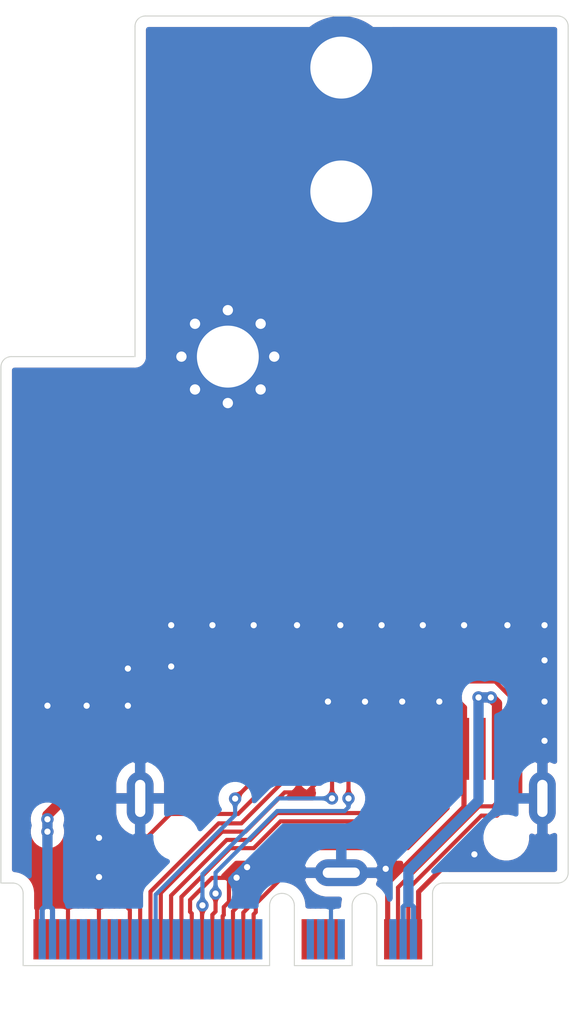
<source format=kicad_pcb>
(kicad_pcb (version 20171130) (host pcbnew "(5.1.7)-1")

  (general
    (thickness 1.6)
    (drawings 10)
    (tracks 200)
    (zones 0)
    (modules 5)
    (nets 49)
  )

  (page A4)
  (layers
    (0 F.Cu signal)
    (31 B.Cu signal)
    (32 B.Adhes user)
    (33 F.Adhes user)
    (34 B.Paste user)
    (35 F.Paste user)
    (36 B.SilkS user)
    (37 F.SilkS user)
    (38 B.Mask user)
    (39 F.Mask user)
    (40 Dwgs.User user)
    (41 Cmts.User user)
    (42 Eco1.User user)
    (43 Eco2.User user)
    (44 Edge.Cuts user)
    (45 Margin user)
    (46 B.CrtYd user)
    (47 F.CrtYd user)
    (48 B.Fab user)
    (49 F.Fab user)
  )

  (setup
    (last_trace_width 0.5)
    (user_trace_width 0.2)
    (user_trace_width 0.3)
    (user_trace_width 0.5)
    (trace_clearance 0.2)
    (zone_clearance 0.508)
    (zone_45_only no)
    (trace_min 0.2)
    (via_size 0.8)
    (via_drill 0.4)
    (via_min_size 0.4)
    (via_min_drill 0.3)
    (user_via 0.6 0.3)
    (uvia_size 0.3)
    (uvia_drill 0.1)
    (uvias_allowed no)
    (uvia_min_size 0.2)
    (uvia_min_drill 0.1)
    (edge_width 0.05)
    (segment_width 0.2)
    (pcb_text_width 0.3)
    (pcb_text_size 1.5 1.5)
    (mod_edge_width 0.12)
    (mod_text_size 1 1)
    (mod_text_width 0.15)
    (pad_size 0.8 0.8)
    (pad_drill 0.5)
    (pad_to_mask_clearance 0)
    (aux_axis_origin 0 0)
    (grid_origin 211.074 137.414)
    (visible_elements 7FFFFFFF)
    (pcbplotparams
      (layerselection 0x010fc_ffffffff)
      (usegerberextensions true)
      (usegerberattributes true)
      (usegerberadvancedattributes true)
      (creategerberjobfile true)
      (excludeedgelayer true)
      (linewidth 0.100000)
      (plotframeref false)
      (viasonmask false)
      (mode 1)
      (useauxorigin false)
      (hpglpennumber 1)
      (hpglpenspeed 20)
      (hpglpendiameter 15.000000)
      (psnegative false)
      (psa4output false)
      (plotreference true)
      (plotvalue true)
      (plotinvisibletext false)
      (padsonsilk false)
      (subtractmaskfromsilk true)
      (outputformat 1)
      (mirror false)
      (drillshape 0)
      (scaleselection 1)
      (outputdirectory "Gerber"))
  )

  (net 0 "")
  (net 1 +3.3VA)
  (net 2 GND)
  (net 3 "Net-(J1-Pad73)")
  (net 4 "Net-(J1-Pad71)")
  (net 5 "Net-(J1-Pad70)")
  (net 6 "Net-(J1-Pad68)")
  (net 7 "Net-(J1-Pad67)")
  (net 8 "Net-(J1-Pad66)")
  (net 9 "Net-(J1-Pad65)")
  (net 10 "Net-(J1-Pad64)")
  (net 11 "Net-(J1-Pad62)")
  (net 12 "Net-(J1-Pad61)")
  (net 13 "Net-(J1-Pad60)")
  (net 14 "Net-(J1-Pad59)")
  (net 15 "Net-(J1-Pad58)")
  (net 16 "Net-(J1-Pad56)")
  (net 17 /P6)
  (net 18 "Net-(J1-Pad54)")
  (net 19 /P4)
  (net 20 /P5)
  (net 21 "Net-(J1-Pad50)")
  (net 22 "Net-(J1-Pad48)")
  (net 23 "Net-(J1-Pad46)")
  (net 24 "Net-(J1-Pad44)")
  (net 25 "Net-(J1-Pad42)")
  (net 26 "Net-(J1-Pad40)")
  (net 27 "Net-(J1-Pad38)")
  (net 28 "Net-(J1-Pad36)")
  (net 29 "Net-(J1-Pad34)")
  (net 30 "Net-(J1-Pad32)")
  (net 31 "Net-(J1-Pad23)")
  (net 32 "Net-(J1-Pad22)")
  (net 33 "Net-(J1-Pad21)")
  (net 34 "Net-(J1-Pad20)")
  (net 35 "Net-(J1-Pad19)")
  (net 36 "Net-(J1-Pad17)")
  (net 37 "Net-(J1-Pad16)")
  (net 38 "Net-(J1-Pad6)")
  (net 39 +3V3)
  (net 40 "Net-(J2-Pad17)")
  (net 41 /USB_D-)
  (net 42 /USB_D+)
  (net 43 /REFCLK0_N)
  (net 44 /REFCLK0_P)
  (net 45 /PETR0_N)
  (net 46 /PETR0_P)
  (net 47 /PET0_N)
  (net 48 /PET0_P)

  (net_class Default "This is the default net class."
    (clearance 0.2)
    (trace_width 0.25)
    (via_dia 0.8)
    (via_drill 0.4)
    (uvia_dia 0.3)
    (uvia_drill 0.1)
    (add_net +3.3VA)
    (add_net +3V3)
    (add_net /P4)
    (add_net /P5)
    (add_net /P6)
    (add_net /PET0_N)
    (add_net /PET0_P)
    (add_net /PETR0_N)
    (add_net /PETR0_P)
    (add_net /REFCLK0_N)
    (add_net /REFCLK0_P)
    (add_net /USB_D+)
    (add_net /USB_D-)
    (add_net GND)
    (add_net "Net-(J1-Pad16)")
    (add_net "Net-(J1-Pad17)")
    (add_net "Net-(J1-Pad19)")
    (add_net "Net-(J1-Pad20)")
    (add_net "Net-(J1-Pad21)")
    (add_net "Net-(J1-Pad22)")
    (add_net "Net-(J1-Pad23)")
    (add_net "Net-(J1-Pad32)")
    (add_net "Net-(J1-Pad34)")
    (add_net "Net-(J1-Pad36)")
    (add_net "Net-(J1-Pad38)")
    (add_net "Net-(J1-Pad40)")
    (add_net "Net-(J1-Pad42)")
    (add_net "Net-(J1-Pad44)")
    (add_net "Net-(J1-Pad46)")
    (add_net "Net-(J1-Pad48)")
    (add_net "Net-(J1-Pad50)")
    (add_net "Net-(J1-Pad54)")
    (add_net "Net-(J1-Pad56)")
    (add_net "Net-(J1-Pad58)")
    (add_net "Net-(J1-Pad59)")
    (add_net "Net-(J1-Pad6)")
    (add_net "Net-(J1-Pad60)")
    (add_net "Net-(J1-Pad61)")
    (add_net "Net-(J1-Pad62)")
    (add_net "Net-(J1-Pad64)")
    (add_net "Net-(J1-Pad65)")
    (add_net "Net-(J1-Pad66)")
    (add_net "Net-(J1-Pad67)")
    (add_net "Net-(J1-Pad68)")
    (add_net "Net-(J1-Pad70)")
    (add_net "Net-(J1-Pad71)")
    (add_net "Net-(J1-Pad73)")
    (add_net "Net-(J2-Pad17)")
  )

  (module MountingHole:MountingHole_3mm_Pad (layer F.Cu) (tedit 5FB4C297) (tstamp 5FB49E72)
    (at 140.12 64.704)
    (descr "Mounting Hole 3mm")
    (tags "mounting hole 3mm")
    (path /5FB91771)
    (attr virtual)
    (fp_text reference H3 (at 0 -4) (layer F.SilkS) hide
      (effects (font (size 1 1) (thickness 0.15)))
    )
    (fp_text value MountingHole (at 0 4) (layer F.Fab)
      (effects (font (size 1 1) (thickness 0.15)))
    )
    (fp_circle (center 0 0) (end 3.25 0) (layer F.CrtYd) (width 0.05))
    (fp_circle (center 0 0) (end 3 0) (layer Cmts.User) (width 0.15))
    (fp_text user %R (at 0.3 0) (layer F.Fab)
      (effects (font (size 1 1) (thickness 0.15)))
    )
    (pad 1 thru_hole circle (at 0 0) (size 5 5) (drill 3) (layers *.Cu *.Mask)
      (net 2 GND))
  )

  (module MountingHole:MountingHole_3mm_Pad (layer F.Cu) (tedit 5FB4C29C) (tstamp 5FB49E62)
    (at 140.12 70.704)
    (descr "Mounting Hole 3mm")
    (tags "mounting hole 3mm")
    (path /5FB9148A)
    (attr virtual)
    (fp_text reference H2 (at 0 -4) (layer F.SilkS) hide
      (effects (font (size 1 1) (thickness 0.15)))
    )
    (fp_text value MountingHole (at 0 4) (layer F.Fab)
      (effects (font (size 1 1) (thickness 0.15)))
    )
    (fp_circle (center 0 0) (end 3.25 0) (layer F.CrtYd) (width 0.05))
    (fp_circle (center 0 0) (end 3 0) (layer Cmts.User) (width 0.15))
    (fp_text user %R (at 0.3 0) (layer F.Fab)
      (effects (font (size 1 1) (thickness 0.15)))
    )
    (pad 1 thru_hole circle (at 0 0) (size 5 5) (drill 3) (layers *.Cu *.Mask)
      (net 2 GND))
  )

  (module _mylib:NGFF_A_E (layer F.Cu) (tedit 5FB4BA42) (tstamp 5FB469E8)
    (at 134.62 108.204)
    (path /5FB61E7E)
    (fp_text reference J1 (at 0 4) (layer F.SilkS) hide
      (effects (font (size 1 1) (thickness 0.15)))
    )
    (fp_text value Bus_M.2_Socket_A_E (at 0 2) (layer F.Fab)
      (effects (font (size 1 1) (thickness 0.15)))
    )
    (fp_line (start 3.225 0) (end 6.025 0) (layer Edge.Cuts) (width 0.05))
    (fp_poly (pts (xy 3.225 0) (xy 6 0) (xy 6 -2.5) (xy 3.225 -2.5)) (layer B.Mask) (width 0.1))
    (fp_line (start 10.425 -4) (end 11 -4) (layer Edge.Cuts) (width 0.05))
    (fp_poly (pts (xy 3.225 0) (xy 6 0) (xy 6 -2.5) (xy 3.225 -2.5)) (layer F.Mask) (width 0.1))
    (fp_line (start -9.925 -3.5) (end -9.925 0) (layer Edge.Cuts) (width 0.05))
    (fp_line (start 3.225 -2.9) (end 3.225 0) (layer Edge.Cuts) (width 0.05))
    (fp_line (start 2.025 0) (end 2.025 -2.9) (layer Edge.Cuts) (width 0.05))
    (fp_line (start -11 -4) (end -10.425 -4) (layer Edge.Cuts) (width 0.05))
    (fp_line (start 9.925 0) (end 9.925 -3.5) (layer Edge.Cuts) (width 0.05))
    (fp_poly (pts (xy -9.925 0) (xy 2.025 0) (xy 2.025 -2.5) (xy -9.925 -2.5)) (layer B.Mask) (width 0.1))
    (fp_poly (pts (xy -9.925 0) (xy 2.025 0) (xy 1.975 -2.5) (xy -9.975 -2.5)) (layer F.Mask) (width 0.1))
    (fp_poly (pts (xy 7.225 0) (xy 9.925 0) (xy 9.925 -2.5) (xy 7.225 -2.5)) (layer B.Mask) (width 0.1))
    (fp_poly (pts (xy 7.225 0) (xy 9.925 0) (xy 9.925 -2.5) (xy 7.225 -2.5)) (layer F.Mask) (width 0.1))
    (fp_line (start 7.225 0) (end 9.925 0) (layer Edge.Cuts) (width 0.05))
    (fp_line (start 7.225 -2.9) (end 7.225 0) (layer Edge.Cuts) (width 0.05))
    (fp_line (start 6.025 0) (end 6.025 -2.9) (layer Edge.Cuts) (width 0.05))
    (fp_line (start -9.925 0) (end 2.025 0) (layer Edge.Cuts) (width 0.05))
    (fp_arc (start 2.625 -2.9) (end 2.025 -2.9) (angle 180) (layer Edge.Cuts) (width 0.05))
    (fp_arc (start 10.425 -3.5) (end 9.925 -3.5) (angle 90) (layer Edge.Cuts) (width 0.05))
    (fp_arc (start 6.625 -2.9) (end 6.025 -2.9) (angle 180) (layer Edge.Cuts) (width 0.05))
    (fp_arc (start -10.425 -3.5) (end -10.425 -4) (angle 90) (layer Edge.Cuts) (width 0.05))
    (pad 74 smd rect (at -9 -1.275) (size 0.35 1.95) (layers B.Cu)
      (net 1 +3.3VA))
    (pad 75 smd rect (at -9.25 -1.275) (size 0.35 1.95) (layers F.Cu)
      (net 2 GND))
    (pad 73 smd rect (at -8.75 -1.275) (size 0.35 1.95) (layers F.Cu)
      (net 3 "Net-(J1-Pad73)"))
    (pad 72 smd rect (at -8.5 -1.275) (size 0.35 1.95) (layers B.Cu)
      (net 1 +3.3VA))
    (pad 71 smd rect (at -8.25 -1.275) (size 0.35 1.95) (layers F.Cu)
      (net 4 "Net-(J1-Pad71)"))
    (pad 70 smd rect (at -8 -1.275) (size 0.35 1.95) (layers B.Cu)
      (net 5 "Net-(J1-Pad70)"))
    (pad 69 smd rect (at -7.75 -1.275) (size 0.35 1.95) (layers F.Cu)
      (net 2 GND))
    (pad 68 smd rect (at -7.5 -1.275) (size 0.35 1.95) (layers B.Cu)
      (net 6 "Net-(J1-Pad68)"))
    (pad 67 smd rect (at -7.25 -1.275) (size 0.35 1.95) (layers F.Cu)
      (net 7 "Net-(J1-Pad67)"))
    (pad 66 smd rect (at -7 -1.275) (size 0.35 1.95) (layers B.Cu)
      (net 8 "Net-(J1-Pad66)"))
    (pad 65 smd rect (at -6.75 -1.275) (size 0.35 1.95) (layers F.Cu)
      (net 9 "Net-(J1-Pad65)"))
    (pad 64 smd rect (at -6.5 -1.275) (size 0.35 1.95) (layers B.Cu)
      (net 10 "Net-(J1-Pad64)"))
    (pad 63 smd rect (at -6.25 -1.275) (size 0.35 1.95) (layers F.Cu)
      (net 2 GND))
    (pad 62 smd rect (at -6 -1.275) (size 0.35 1.95) (layers B.Cu)
      (net 11 "Net-(J1-Pad62)"))
    (pad 61 smd rect (at -5.75 -1.275) (size 0.35 1.95) (layers F.Cu)
      (net 12 "Net-(J1-Pad61)"))
    (pad 60 smd rect (at -5.5 -1.275) (size 0.35 1.95) (layers B.Cu)
      (net 13 "Net-(J1-Pad60)"))
    (pad 59 smd rect (at -5.25 -1.275) (size 0.35 1.95) (layers F.Cu)
      (net 14 "Net-(J1-Pad59)"))
    (pad 58 smd rect (at -5 -1.275) (size 0.35 1.95) (layers B.Cu)
      (net 15 "Net-(J1-Pad58)"))
    (pad 57 smd rect (at -4.75 -1.275) (size 0.35 1.95) (layers F.Cu)
      (net 2 GND))
    (pad 56 smd rect (at -4.5 -1.275) (size 0.35 1.95) (layers B.Cu)
      (net 16 "Net-(J1-Pad56)"))
    (pad 55 smd rect (at -4.25 -1.275) (size 0.35 1.95) (layers F.Cu)
      (net 17 /P6))
    (pad 54 smd rect (at -4 -1.275) (size 0.35 1.95) (layers B.Cu)
      (net 18 "Net-(J1-Pad54)"))
    (pad 53 smd rect (at -3.75 -1.275) (size 0.35 1.95) (layers F.Cu)
      (net 19 /P4))
    (pad 52 smd rect (at -3.5 -1.275) (size 0.35 1.95) (layers B.Cu)
      (net 20 /P5))
    (pad 51 smd rect (at -3.25 -1.275) (size 0.35 1.95) (layers F.Cu)
      (net 2 GND))
    (pad 50 smd rect (at -3 -1.275) (size 0.35 1.95) (layers B.Cu)
      (net 21 "Net-(J1-Pad50)"))
    (pad 49 smd rect (at -2.75 -1.275) (size 0.35 1.95) (layers F.Cu)
      (net 43 /REFCLK0_N))
    (pad 48 smd rect (at -2.5 -1.275) (size 0.35 1.95) (layers B.Cu)
      (net 22 "Net-(J1-Pad48)"))
    (pad 47 smd rect (at -2.25 -1.275) (size 0.35 1.95) (layers F.Cu)
      (net 44 /REFCLK0_P))
    (pad 46 smd rect (at -2 -1.275) (size 0.35 1.95) (layers B.Cu)
      (net 23 "Net-(J1-Pad46)"))
    (pad 45 smd rect (at -1.75 -1.275) (size 0.35 1.95) (layers F.Cu)
      (net 2 GND))
    (pad 44 smd rect (at -1.5 -1.275) (size 0.35 1.95) (layers B.Cu)
      (net 24 "Net-(J1-Pad44)"))
    (pad 43 smd rect (at -1.25 -1.275) (size 0.35 1.95) (layers F.Cu)
      (net 45 /PETR0_N))
    (pad 42 smd rect (at -1 -1.275) (size 0.35 1.95) (layers B.Cu)
      (net 25 "Net-(J1-Pad42)"))
    (pad 41 smd rect (at -0.75 -1.275) (size 0.35 1.95) (layers F.Cu)
      (net 46 /PETR0_P))
    (pad 40 smd rect (at -0.5 -1.275) (size 0.35 1.95) (layers B.Cu)
      (net 26 "Net-(J1-Pad40)"))
    (pad 39 smd rect (at -0.25 -1.275) (size 0.35 1.95) (layers F.Cu)
      (net 2 GND))
    (pad 38 smd rect (at 0 -1.275) (size 0.35 1.95) (layers B.Cu)
      (net 27 "Net-(J1-Pad38)"))
    (pad 37 smd rect (at 0.25 -1.275) (size 0.35 1.95) (layers F.Cu)
      (net 47 /PET0_N))
    (pad 36 smd rect (at 0.5 -1.275) (size 0.35 1.95) (layers B.Cu)
      (net 28 "Net-(J1-Pad36)"))
    (pad 35 smd rect (at 0.75 -1.275) (size 0.35 1.95) (layers F.Cu)
      (net 48 /PET0_P))
    (pad 34 smd rect (at 1 -1.275) (size 0.35 1.95) (layers B.Cu)
      (net 29 "Net-(J1-Pad34)"))
    (pad 33 smd rect (at 1.25 -1.275) (size 0.35 1.95) (layers F.Cu)
      (net 2 GND))
    (pad 32 smd rect (at 1.5 -1.275) (size 0.35 1.95) (layers B.Cu)
      (net 30 "Net-(J1-Pad32)"))
    (pad 23 smd rect (at 3.75 -1.275) (size 0.35 1.95) (layers F.Cu)
      (net 31 "Net-(J1-Pad23)"))
    (pad 22 smd rect (at 4 -1.275) (size 0.35 1.95) (layers B.Cu)
      (net 32 "Net-(J1-Pad22)"))
    (pad 21 smd rect (at 4.25 -1.275) (size 0.35 1.95) (layers F.Cu)
      (net 33 "Net-(J1-Pad21)"))
    (pad 20 smd rect (at 4.5 -1.275) (size 0.35 1.95) (layers B.Cu)
      (net 34 "Net-(J1-Pad20)"))
    (pad 19 smd rect (at 4.75 -1.275) (size 0.35 1.95) (layers F.Cu)
      (net 35 "Net-(J1-Pad19)"))
    (pad 18 smd rect (at 5 -1.275) (size 0.35 1.95) (layers B.Cu)
      (net 2 GND))
    (pad 17 smd rect (at 5.25 -1.275) (size 0.35 1.95) (layers F.Cu)
      (net 36 "Net-(J1-Pad17)"))
    (pad 16 smd rect (at 5.5 -1.275) (size 0.35 1.95) (layers B.Cu)
      (net 37 "Net-(J1-Pad16)"))
    (pad 7 smd rect (at 7.75 -1.275) (size 0.35 1.95) (layers F.Cu)
      (net 2 GND))
    (pad 6 smd rect (at 8 -1.275) (size 0.35 1.95) (layers B.Cu)
      (net 38 "Net-(J1-Pad6)"))
    (pad 5 smd rect (at 8.25 -1.275) (size 0.35 1.95) (layers F.Cu)
      (net 41 /USB_D-))
    (pad 4 smd rect (at 8.5 -1.275) (size 0.35 1.95) (layers B.Cu)
      (net 39 +3V3))
    (pad 3 smd rect (at 8.75 -1.275) (size 0.35 1.95) (layers F.Cu)
      (net 42 /USB_D+))
    (pad 2 smd rect (at 9 -1.275) (size 0.35 1.95) (layers B.Cu)
      (net 39 +3V3))
    (pad 1 smd rect (at 9.25 -1.275) (size 0.35 1.95) (layers F.Cu)
      (net 2 GND))
  )

  (module MountingHole:MountingHole_3mm_Pad_Via (layer F.Cu) (tedit 5FB4C3BA) (tstamp 5FB49E52)
    (at 134.62 78.704)
    (descr "Mounting Hole 3mm")
    (tags "mounting hole 3mm")
    (path /5FB90D90)
    (attr virtual)
    (fp_text reference H1 (at 0 -4) (layer F.SilkS) hide
      (effects (font (size 1 1) (thickness 0.15)))
    )
    (fp_text value MountingHole (at 0 4) (layer F.Fab)
      (effects (font (size 1 1) (thickness 0.15)))
    )
    (fp_circle (center 0 0) (end 3.25 0) (layer F.CrtYd) (width 0.05))
    (fp_circle (center 0 0) (end 3 0) (layer Cmts.User) (width 0.15))
    (fp_text user %R (at 0.3 0) (layer F.Fab)
      (effects (font (size 1 1) (thickness 0.15)))
    )
    (pad 1 thru_hole circle (at 1.59099 -1.59099) (size 0.8 0.8) (drill 0.5) (layers *.Cu *.Mask)
      (net 2 GND))
    (pad 1 thru_hole circle (at 0 -2.25) (size 0.8 0.8) (drill 0.5) (layers *.Cu *.Mask)
      (net 2 GND))
    (pad 1 thru_hole circle (at -1.59099 -1.59099) (size 0.8 0.8) (drill 0.5) (layers *.Cu *.Mask)
      (net 2 GND))
    (pad 1 thru_hole circle (at -2.25 0) (size 0.8 0.8) (drill 0.5) (layers *.Cu *.Mask)
      (net 2 GND))
    (pad 1 thru_hole circle (at -1.59099 1.59099) (size 0.8 0.8) (drill 0.5) (layers *.Cu *.Mask)
      (net 2 GND))
    (pad 1 thru_hole circle (at 0 2.25) (size 0.8 0.8) (drill 0.5) (layers *.Cu *.Mask)
      (net 2 GND))
    (pad 1 thru_hole circle (at 1.59099 1.59099) (size 0.8 0.8) (drill 0.5) (layers *.Cu *.Mask)
      (net 2 GND))
    (pad 1 thru_hole circle (at 2.25 0) (size 0.8 0.8) (drill 0.5) (layers *.Cu *.Mask)
      (net 2 GND))
    (pad 1 thru_hole circle (at 0 0) (size 6 6) (drill 3) (layers *.Cu *.Mask)
      (net 2 GND))
  )

  (module _mylib:MacWifiSocket (layer F.Cu) (tedit 5FB3B184) (tstamp 5FB480D4)
    (at 140.12 97.704)
    (descr "94360CS2 Socket")
    (path /5FB7F133)
    (fp_text reference J2 (at 6.4 -2.8) (layer F.SilkS) hide
      (effects (font (size 1 1) (thickness 0.15)))
    )
    (fp_text value Conn_01x18_Shielded (at -1.8 -3) (layer F.Fab)
      (effects (font (size 1 1) (thickness 0.15)))
    )
    (pad SH thru_hole oval (at 9.75 2.4 270) (size 2.6 1.3) (drill oval 1.8 0.5) (layers *.Cu *.Mask)
      (net 2 GND))
    (pad SH thru_hole oval (at 0 6 180) (size 2.6 1.3) (drill oval 1.8 0.5) (layers *.Cu *.Mask)
      (net 2 GND))
    (pad SH thru_hole oval (at -9.75 2.4 90) (size 2.6 1.3) (drill oval 1.8 0.5) (layers *.Cu *.Mask)
      (net 2 GND))
    (pad "" np_thru_hole circle (at 8 4.3) (size 1.2 1.2) (drill 1.2) (layers *.Cu *.Mask))
    (pad "" np_thru_hole circle (at -8 4.3) (size 1.2 1.2) (drill 1.2) (layers *.Cu *.Mask))
    (pad 18 smd rect (at 7.55 0) (size 0.5 3) (layers F.Cu F.Paste F.Mask)
      (net 39 +3V3))
    (pad 17 smd rect (at 6.75 0) (size 0.5 3) (layers F.Cu F.Paste F.Mask)
      (net 40 "Net-(J2-Pad17)"))
    (pad 16 smd rect (at 5.95 0) (size 0.5 3) (layers F.Cu F.Paste F.Mask)
      (net 2 GND))
    (pad 15 smd rect (at 5.15 0) (size 0.5 3) (layers F.Cu F.Paste F.Mask)
      (net 48 /PET0_P))
    (pad 14 smd rect (at 4.35 0) (size 0.5 3) (layers F.Cu F.Paste F.Mask)
      (net 47 /PET0_N))
    (pad 13 smd rect (at 3.55 0) (size 0.5 3) (layers F.Cu F.Paste F.Mask)
      (net 2 GND))
    (pad 12 smd rect (at 2.75 0) (size 0.5 3) (layers F.Cu F.Paste F.Mask)
      (net 44 /REFCLK0_P))
    (pad 11 smd rect (at 1.95 0) (size 0.5 3) (layers F.Cu F.Paste F.Mask)
      (net 43 /REFCLK0_N))
    (pad 10 smd rect (at 1.15 0) (size 0.5 3) (layers F.Cu F.Paste F.Mask)
      (net 2 GND))
    (pad 9 smd rect (at 0.35 0) (size 0.5 3) (layers F.Cu F.Paste F.Mask)
      (net 46 /PETR0_P))
    (pad 8 smd rect (at -0.45 0) (size 0.5 3) (layers F.Cu F.Paste F.Mask)
      (net 45 /PETR0_N))
    (pad 7 smd rect (at -1.25 0) (size 0.5 3) (layers F.Cu F.Paste F.Mask)
      (net 2 GND))
    (pad 6 smd rect (at -3.55 0) (size 0.5 3) (layers F.Cu F.Paste F.Mask)
      (net 17 /P6))
    (pad 5 smd rect (at -4.35 0) (size 0.5 3) (layers F.Cu F.Paste F.Mask)
      (net 20 /P5))
    (pad 4 smd rect (at -5.15 0) (size 0.5 3) (layers F.Cu F.Paste F.Mask)
      (net 19 /P4))
    (pad 3 smd rect (at -5.95 0) (size 0.5 3) (layers F.Cu F.Paste F.Mask)
      (net 41 /USB_D-))
    (pad 2 smd rect (at -6.75 0) (size 0.5 3) (layers F.Cu F.Paste F.Mask)
      (net 42 /USB_D+))
    (pad 1 smd rect (at -7.55 0) (size 0.5 3) (layers F.Cu F.Paste F.Mask)
      (net 1 +3.3VA))
  )

  (gr_arc (start 150.62 62.704) (end 151.12 62.704) (angle -90) (layer Edge.Cuts) (width 0.05) (tstamp 5FB53A3A))
  (gr_arc (start 130.62 62.704) (end 130.62 62.204) (angle -90) (layer Edge.Cuts) (width 0.05) (tstamp 5FB53A3A))
  (gr_arc (start 124.12 79.204) (end 124.12 78.704) (angle -90) (layer Edge.Cuts) (width 0.05) (tstamp 5FB53A3A))
  (gr_arc (start 150.62 103.704) (end 150.62 104.204) (angle -90) (layer Edge.Cuts) (width 0.05) (tstamp 5FB53A03))
  (gr_line (start 145.62 104.204) (end 150.62 104.204) (layer Edge.Cuts) (width 0.05) (tstamp 5FB4AAE0))
  (gr_line (start 130.12 78.704) (end 124.12 78.704) (layer Edge.Cuts) (width 0.05))
  (gr_line (start 130.12 62.704) (end 130.12 78.704) (layer Edge.Cuts) (width 0.05))
  (gr_line (start 151.12 62.704) (end 151.12 103.704) (layer Edge.Cuts) (width 0.05))
  (gr_line (start 130.62 62.204) (end 150.62 62.204) (layer Edge.Cuts) (width 0.05))
  (gr_line (start 123.62 104.204) (end 123.62 79.204) (layer Edge.Cuts) (width 0.05))

  (segment (start 132.57 97.704) (end 129.084 97.704) (width 0.5) (layer F.Cu) (net 1))
  (segment (start 129.084 97.704) (end 125.874 100.914) (width 0.5) (layer F.Cu) (net 1))
  (segment (start 125.874 100.914) (end 125.874 101.114) (width 0.5) (layer F.Cu) (net 1))
  (segment (start 125.874 101.714) (end 125.874 101.714) (width 0.5) (layer F.Cu) (net 1) (tstamp 5FB511C3))
  (via (at 125.874 101.714) (size 0.6) (drill 0.3) (layers F.Cu B.Cu) (net 1))
  (via (at 125.874 101.114) (size 0.6) (drill 0.3) (layers F.Cu B.Cu) (net 1))
  (segment (start 125.874 101.714) (end 125.874 105.214) (width 0.5) (layer B.Cu) (net 1))
  (segment (start 125.62 105.468) (end 125.874 105.214) (width 0.25) (layer B.Cu) (net 1))
  (segment (start 125.62 106.929) (end 125.62 105.468) (width 0.25) (layer B.Cu) (net 1))
  (segment (start 126.12 105.46) (end 125.874 105.214) (width 0.25) (layer B.Cu) (net 1))
  (segment (start 126.12 106.929) (end 126.12 105.46) (width 0.25) (layer B.Cu) (net 1))
  (segment (start 125.874 101.714) (end 125.874 101.114) (width 0.5) (layer F.Cu) (net 1))
  (segment (start 125.874 101.714) (end 125.874 101.114) (width 0.5) (layer B.Cu) (net 1))
  (via (at 135.554 103.434) (size 0.6) (drill 0.3) (layers F.Cu B.Cu) (net 2) (tstamp 5FB5384C))
  (segment (start 146.07 97.704) (end 146.07 95.71) (width 0.3) (layer F.Cu) (net 2))
  (segment (start 146.07 95.71) (end 145.774 95.414) (width 0.3) (layer F.Cu) (net 2))
  (segment (start 143.67 97.704) (end 143.67 95.518) (width 0.3) (layer F.Cu) (net 2))
  (segment (start 141.27 97.704) (end 141.27 95.418) (width 0.3) (layer F.Cu) (net 2))
  (segment (start 146.07 100.518) (end 146.07 97.704) (width 0.25) (layer F.Cu) (net 2))
  (segment (start 142.37 104.218) (end 146.07 100.518) (width 0.25) (layer F.Cu) (net 2))
  (segment (start 135.974 105.214) (end 137.484 103.704) (width 0.2) (layer F.Cu) (net 2))
  (segment (start 135.87 105.718) (end 135.974 105.614) (width 0.2) (layer F.Cu) (net 2))
  (segment (start 135.87 106.929) (end 135.87 105.718) (width 0.2) (layer F.Cu) (net 2))
  (segment (start 135.974 105.614) (end 135.974 105.214) (width 0.2) (layer F.Cu) (net 2))
  (segment (start 137.484 103.704) (end 140.12 103.704) (width 0.2) (layer F.Cu) (net 2))
  (segment (start 144.984426 103.514) (end 145.474 103.514) (width 0.25) (layer F.Cu) (net 2))
  (segment (start 143.87 104.628426) (end 144.984426 103.514) (width 0.25) (layer F.Cu) (net 2))
  (segment (start 143.87 106.929) (end 143.87 104.628426) (width 0.25) (layer F.Cu) (net 2))
  (segment (start 143.67 97.704) (end 143.67 100.218) (width 0.25) (layer F.Cu) (net 2))
  (segment (start 138.87 99.404) (end 138.87 97.704) (width 0.2) (layer F.Cu) (net 2))
  (segment (start 138.46 99.814) (end 138.87 99.404) (width 0.2) (layer F.Cu) (net 2))
  (segment (start 135.474022 101.713978) (end 137.374 99.814) (width 0.2) (layer F.Cu) (net 2))
  (segment (start 134.342622 101.713978) (end 135.474022 101.713978) (width 0.2) (layer F.Cu) (net 2))
  (segment (start 131.37 104.6866) (end 134.342622 101.713978) (width 0.2) (layer F.Cu) (net 2))
  (segment (start 137.374 99.814) (end 138.46 99.814) (width 0.2) (layer F.Cu) (net 2))
  (segment (start 131.37 106.929) (end 131.37 104.6866) (width 0.2) (layer F.Cu) (net 2))
  (via (at 142.274 103.514) (size 0.6) (drill 0.3) (layers F.Cu B.Cu) (net 2))
  (segment (start 125.37 106.929) (end 125.37 105.218) (width 0.2) (layer F.Cu) (net 2))
  (segment (start 126.87 106.929) (end 126.87 105.218) (width 0.2) (layer F.Cu) (net 2))
  (segment (start 128.37 106.929) (end 128.37 105.218) (width 0.2) (layer F.Cu) (net 2))
  (segment (start 129.87 106.929) (end 129.87 105.51) (width 0.2) (layer F.Cu) (net 2))
  (segment (start 129.87 105.51) (end 129.574 105.214) (width 0.2) (layer F.Cu) (net 2))
  (segment (start 139.62 106.929) (end 139.62 105.268) (width 0.2) (layer B.Cu) (net 2))
  (segment (start 142.37 104.81) (end 142.37 103.61) (width 0.2) (layer F.Cu) (net 2))
  (segment (start 142.37 106.929) (end 142.37 104.81) (width 0.25) (layer F.Cu) (net 2))
  (segment (start 142.37 103.61) (end 142.274 103.514) (width 0.2) (layer F.Cu) (net 2))
  (segment (start 142.37 104.81) (end 142.37 104.218) (width 0.25) (layer F.Cu) (net 2))
  (segment (start 138.87 97.704) (end 138.87 95.618) (width 0.3) (layer F.Cu) (net 2))
  (via (at 139.474 95.414) (size 0.6) (drill 0.3) (layers F.Cu B.Cu) (net 2))
  (segment (start 141.27 95.418) (end 141.27 95.418) (width 0.3) (layer F.Cu) (net 2) (tstamp 5FB52729))
  (via (at 141.27 95.418) (size 0.6) (drill 0.3) (layers F.Cu B.Cu) (net 2))
  (via (at 143.074 95.414) (size 0.6) (drill 0.3) (layers F.Cu B.Cu) (net 2))
  (via (at 144.874 95.414) (size 0.6) (drill 0.3) (layers F.Cu B.Cu) (net 2))
  (via (at 146.574 102.814) (size 0.6) (drill 0.3) (layers F.Cu B.Cu) (net 2))
  (via (at 149.974 97.314) (size 0.6) (drill 0.3) (layers F.Cu B.Cu) (net 2))
  (via (at 149.974 95.414) (size 0.6) (drill 0.3) (layers F.Cu B.Cu) (net 2))
  (via (at 149.974 93.414) (size 0.6) (drill 0.3) (layers F.Cu B.Cu) (net 2))
  (via (at 149.974 91.714) (size 0.6) (drill 0.3) (layers F.Cu B.Cu) (net 2))
  (via (at 148.174 91.714) (size 0.6) (drill 0.3) (layers F.Cu B.Cu) (net 2))
  (via (at 146.074 91.714) (size 0.6) (drill 0.3) (layers F.Cu B.Cu) (net 2))
  (via (at 144.074 91.714) (size 0.6) (drill 0.3) (layers F.Cu B.Cu) (net 2))
  (via (at 142.074 91.714) (size 0.6) (drill 0.3) (layers F.Cu B.Cu) (net 2))
  (via (at 140.074 91.714) (size 0.6) (drill 0.3) (layers F.Cu B.Cu) (net 2))
  (via (at 137.974 91.714) (size 0.6) (drill 0.3) (layers F.Cu B.Cu) (net 2))
  (via (at 135.874 91.714) (size 0.6) (drill 0.3) (layers F.Cu B.Cu) (net 2))
  (via (at 133.874 91.714) (size 0.6) (drill 0.3) (layers F.Cu B.Cu) (net 2))
  (via (at 131.874 91.714) (size 0.6) (drill 0.3) (layers F.Cu B.Cu) (net 2))
  (via (at 131.874 93.714) (size 0.6) (drill 0.3) (layers F.Cu B.Cu) (net 2))
  (via (at 129.774 93.814) (size 0.6) (drill 0.3) (layers F.Cu B.Cu) (net 2))
  (via (at 129.774 95.614) (size 0.6) (drill 0.3) (layers F.Cu B.Cu) (net 2))
  (via (at 127.774 95.614) (size 0.6) (drill 0.3) (layers F.Cu B.Cu) (net 2))
  (via (at 125.874 95.614) (size 0.6) (drill 0.3) (layers F.Cu B.Cu) (net 2))
  (via (at 128.374 102.014) (size 0.6) (drill 0.3) (layers F.Cu B.Cu) (net 2))
  (via (at 128.374 103.914) (size 0.6) (drill 0.3) (layers F.Cu B.Cu) (net 2))
  (segment (start 134.424011 105.750687) (end 134.424011 105.363989) (width 0.2) (layer F.Cu) (net 2))
  (segment (start 134.37 105.804698) (end 134.424011 105.750687) (width 0.2) (layer F.Cu) (net 2))
  (segment (start 134.424011 105.363989) (end 134.674 105.114) (width 0.2) (layer F.Cu) (net 2))
  (segment (start 134.37 106.929) (end 134.37 105.804698) (width 0.2) (layer F.Cu) (net 2))
  (segment (start 133.85637 103.954) (end 135.214 103.954) (width 0.2) (layer F.Cu) (net 2))
  (segment (start 132.789202 105.021168) (end 133.85637 103.954) (width 0.2) (layer F.Cu) (net 2))
  (segment (start 132.789202 105.59717) (end 132.789202 105.021168) (width 0.2) (layer F.Cu) (net 2))
  (segment (start 132.87 105.677968) (end 132.789202 105.59717) (width 0.2) (layer F.Cu) (net 2))
  (segment (start 132.87 106.929) (end 132.87 105.677968) (width 0.2) (layer F.Cu) (net 2))
  (segment (start 134.674 105.114) (end 134.674 104.434) (width 0.2) (layer F.Cu) (net 2))
  (segment (start 134.674 104.434) (end 134.674 104.106875) (width 0.2) (layer F.Cu) (net 2))
  (segment (start 135.214 103.954) (end 135.214 103.954) (width 0.2) (layer F.Cu) (net 2) (tstamp 5FB5382C))
  (via (at 135.044 103.944) (size 0.6) (drill 0.3) (layers F.Cu B.Cu) (net 2))
  (segment (start 142.374011 101.713989) (end 142.874 101.214) (width 0.2) (layer F.Cu) (net 2))
  (segment (start 137.604011 101.713989) (end 142.374011 101.713989) (width 0.2) (layer F.Cu) (net 2))
  (segment (start 135.064 104.254) (end 137.604011 101.713989) (width 0.2) (layer F.Cu) (net 2))
  (segment (start 134.674 104.254) (end 135.064 104.254) (width 0.2) (layer F.Cu) (net 2))
  (segment (start 134.674 104.434) (end 134.674 104.254) (width 0.2) (layer F.Cu) (net 2))
  (segment (start 136.57 99.404) (end 136.57 97.704) (width 0.2) (layer F.Cu) (net 17))
  (segment (start 130.37 106.929) (end 130.37 102.318) (width 0.2) (layer F.Cu) (net 17))
  (segment (start 131.831 100.857) (end 135.117 100.857) (width 0.2) (layer F.Cu) (net 17))
  (segment (start 130.37 102.318) (end 131.831 100.857) (width 0.2) (layer F.Cu) (net 17))
  (segment (start 135.117 100.857) (end 136.57 99.404) (width 0.2) (layer F.Cu) (net 17))
  (segment (start 130.87 106.929) (end 130.87 104.6209) (width 0.2) (layer F.Cu) (net 19))
  (segment (start 130.87 104.6209) (end 134.176933 101.313967) (width 0.2) (layer F.Cu) (net 19))
  (segment (start 134.176933 101.313967) (end 135.274033 101.313967) (width 0.2) (layer F.Cu) (net 19))
  (segment (start 135.274033 101.313967) (end 137.374 99.214) (width 0.2) (layer F.Cu) (net 19))
  (segment (start 135.467 95.314) (end 134.97 95.811) (width 0.2) (layer F.Cu) (net 19))
  (segment (start 137.374 99.214) (end 137.374 95.714) (width 0.2) (layer F.Cu) (net 19))
  (segment (start 137.374 95.714) (end 136.974 95.314) (width 0.2) (layer F.Cu) (net 19))
  (segment (start 136.974 95.314) (end 135.467 95.314) (width 0.2) (layer F.Cu) (net 19))
  (segment (start 134.97 95.811) (end 134.97 97.704) (width 0.2) (layer F.Cu) (net 19))
  (via (at 134.974 100.114) (size 0.6) (drill 0.3) (layers F.Cu B.Cu) (net 20))
  (segment (start 134.974 100.114) (end 135.77 99.318) (width 0.2) (layer F.Cu) (net 20))
  (segment (start 135.77 99.318) (end 135.77 97.704) (width 0.2) (layer F.Cu) (net 20))
  (segment (start 131.12 104.768) (end 131.12 106.929) (width 0.2) (layer B.Cu) (net 20))
  (segment (start 134.974 100.914) (end 131.12 104.768) (width 0.2) (layer B.Cu) (net 20))
  (segment (start 134.974 100.114) (end 134.974 100.914) (width 0.2) (layer B.Cu) (net 20))
  (segment (start 143.12 105.368) (end 143.374 105.114) (width 0.25) (layer B.Cu) (net 39))
  (segment (start 143.12 106.929) (end 143.12 105.368) (width 0.25) (layer B.Cu) (net 39))
  (segment (start 143.62 105.36) (end 143.374 105.114) (width 0.25) (layer B.Cu) (net 39))
  (segment (start 143.62 106.929) (end 143.62 105.36) (width 0.25) (layer B.Cu) (net 39))
  (via (at 147.373998 95.214) (size 0.6) (drill 0.3) (layers F.Cu B.Cu) (net 39))
  (segment (start 147.67 97.704) (end 147.67 95.510002) (width 0.5) (layer F.Cu) (net 39))
  (segment (start 147.67 95.510002) (end 147.373998 95.214) (width 0.5) (layer F.Cu) (net 39))
  (via (at 146.774 95.214) (size 0.6) (drill 0.3) (layers F.Cu B.Cu) (net 39))
  (segment (start 146.774 100.214) (end 146.774 95.214) (width 0.5) (layer B.Cu) (net 39))
  (segment (start 143.374 103.614) (end 146.774 100.214) (width 0.5) (layer B.Cu) (net 39))
  (segment (start 143.374 105.114) (end 143.374 103.614) (width 0.5) (layer B.Cu) (net 39))
  (segment (start 146.774 95.214) (end 147.373998 95.214) (width 0.5) (layer B.Cu) (net 39))
  (segment (start 146.774 95.214) (end 147.373998 95.214) (width 0.5) (layer F.Cu) (net 39))
  (segment (start 146.799 100.489) (end 142.87 104.418) (width 0.2) (layer F.Cu) (net 41))
  (segment (start 147.4808 100.489) (end 146.799 100.489) (width 0.2) (layer F.Cu) (net 41))
  (segment (start 142.87 104.418) (end 142.87 106.929) (width 0.2) (layer F.Cu) (net 41))
  (segment (start 134.4672 94.439) (end 147.5808 94.439) (width 0.2) (layer F.Cu) (net 41))
  (segment (start 133.774 95.1322) (end 134.4672 94.439) (width 0.2) (layer F.Cu) (net 41))
  (segment (start 133.774 95.514) (end 133.774 95.1322) (width 0.2) (layer F.Cu) (net 41))
  (segment (start 148.349 95.2072) (end 148.349 99.6208) (width 0.2) (layer F.Cu) (net 41))
  (segment (start 134.17 95.91) (end 133.774 95.514) (width 0.2) (layer F.Cu) (net 41))
  (segment (start 147.5808 94.439) (end 148.349 95.2072) (width 0.2) (layer F.Cu) (net 41))
  (segment (start 148.349 99.6208) (end 147.4808 100.489) (width 0.2) (layer F.Cu) (net 41))
  (segment (start 134.17 97.704) (end 134.17 95.91) (width 0.2) (layer F.Cu) (net 41))
  (segment (start 143.37 104.4837) (end 146.9147 100.939) (width 0.2) (layer F.Cu) (net 42))
  (segment (start 134.2808 93.989) (end 133.37 94.8998) (width 0.2) (layer F.Cu) (net 42))
  (segment (start 143.37 106.929) (end 143.37 104.4837) (width 0.2) (layer F.Cu) (net 42))
  (segment (start 147.6672 100.939) (end 148.799 99.8072) (width 0.2) (layer F.Cu) (net 42))
  (segment (start 133.37 96.004) (end 133.37 97.704) (width 0.2) (layer F.Cu) (net 42))
  (segment (start 146.9147 100.939) (end 147.6672 100.939) (width 0.2) (layer F.Cu) (net 42))
  (segment (start 133.37 94.8998) (end 133.37 96.004) (width 0.2) (layer F.Cu) (net 42))
  (segment (start 148.799 99.8072) (end 148.799 95.0208) (width 0.2) (layer F.Cu) (net 42))
  (segment (start 148.799 95.0208) (end 147.7672 93.989) (width 0.2) (layer F.Cu) (net 42))
  (segment (start 147.7672 93.989) (end 134.2808 93.989) (width 0.2) (layer F.Cu) (net 42))
  (segment (start 142.07 97.704) (end 142.07 100.318) (width 0.2) (layer F.Cu) (net 43))
  (segment (start 137.008311 100.813989) (end 135.708311 102.113989) (width 0.2) (layer F.Cu) (net 43))
  (segment (start 135.708311 102.113989) (end 134.564981 102.113989) (width 0.2) (layer F.Cu) (net 43))
  (segment (start 142.07 100.318) (end 141.574011 100.813989) (width 0.2) (layer F.Cu) (net 43))
  (segment (start 141.574011 100.813989) (end 137.008311 100.813989) (width 0.2) (layer F.Cu) (net 43))
  (segment (start 134.564981 102.113989) (end 131.87 104.80897) (width 0.2) (layer F.Cu) (net 43))
  (segment (start 131.87 104.80897) (end 131.87 106.929) (width 0.2) (layer F.Cu) (net 43))
  (segment (start 134.73067 102.514) (end 132.37 104.87467) (width 0.2) (layer F.Cu) (net 44))
  (segment (start 135.874 102.514) (end 134.73067 102.514) (width 0.2) (layer F.Cu) (net 44))
  (segment (start 137.174 101.214) (end 135.874 102.514) (width 0.2) (layer F.Cu) (net 44))
  (segment (start 132.37 104.87467) (end 132.37 106.929) (width 0.2) (layer F.Cu) (net 44))
  (segment (start 142.87 100.116944) (end 141.772944 101.214) (width 0.2) (layer F.Cu) (net 44))
  (segment (start 142.87 97.704) (end 142.87 100.116944) (width 0.2) (layer F.Cu) (net 44))
  (segment (start 141.772944 101.214) (end 137.174 101.214) (width 0.2) (layer F.Cu) (net 44))
  (via (at 139.669993 100.104009) (size 0.6) (drill 0.3) (layers F.Cu B.Cu) (net 45))
  (segment (start 139.674 100.100002) (end 139.669993 100.104009) (width 0.2) (layer F.Cu) (net 45))
  (segment (start 139.674 97.708) (end 139.674 100.100002) (width 0.2) (layer F.Cu) (net 45))
  (segment (start 139.67 97.704) (end 139.674 97.708) (width 0.2) (layer F.Cu) (net 45))
  (segment (start 133.37 106.929) (end 133.37 105.303706) (width 0.2) (layer F.Cu) (net 45))
  (segment (start 133.37 105.303706) (end 133.389203 105.284503) (width 0.2) (layer F.Cu) (net 45))
  (via (at 133.389203 105.284503) (size 0.6) (drill 0.3) (layers F.Cu B.Cu) (net 45))
  (segment (start 139.669993 100.104009) (end 137.058291 100.104009) (width 0.2) (layer B.Cu) (net 45))
  (segment (start 137.058291 100.104009) (end 133.389203 103.773097) (width 0.2) (layer B.Cu) (net 45))
  (segment (start 133.389203 103.773097) (end 133.389203 105.284503) (width 0.2) (layer B.Cu) (net 45))
  (segment (start 140.47 100.10399) (end 140.469994 100.103996) (width 0.2) (layer F.Cu) (net 46))
  (via (at 140.469994 100.103996) (size 0.6) (drill 0.3) (layers F.Cu B.Cu) (net 46))
  (segment (start 140.47 97.704) (end 140.47 100.10399) (width 0.2) (layer F.Cu) (net 46))
  (via (at 134.024526 104.712018) (size 0.6) (drill 0.3) (layers F.Cu B.Cu) (net 46))
  (segment (start 133.87 105.738998) (end 134.024 105.584998) (width 0.2) (layer F.Cu) (net 46))
  (segment (start 134.024 105.584998) (end 134.024 104.712544) (width 0.2) (layer F.Cu) (net 46))
  (segment (start 133.87 106.929) (end 133.87 105.738998) (width 0.2) (layer F.Cu) (net 46))
  (segment (start 134.024 104.712544) (end 134.024526 104.712018) (width 0.2) (layer F.Cu) (net 46))
  (segment (start 134.024526 103.703474) (end 134.024526 104.712018) (width 0.2) (layer B.Cu) (net 46))
  (segment (start 137.014 100.714) (end 134.024526 103.703474) (width 0.2) (layer B.Cu) (net 46))
  (segment (start 140.284254 100.714) (end 137.014 100.714) (width 0.2) (layer B.Cu) (net 46))
  (segment (start 140.469994 100.52826) (end 140.284254 100.714) (width 0.2) (layer B.Cu) (net 46))
  (segment (start 140.469994 100.103996) (end 140.469994 100.52826) (width 0.2) (layer B.Cu) (net 46))
  (segment (start 134.87 105.56945) (end 134.87 106.929) (width 0.2) (layer F.Cu) (net 47))
  (segment (start 135.173978 105.265472) (end 134.87 105.56945) (width 0.2) (layer F.Cu) (net 47))
  (segment (start 137.9426 102.114) (end 135.173978 104.882622) (width 0.2) (layer F.Cu) (net 47))
  (segment (start 144.774 99.814) (end 144.774 100.514) (width 0.2) (layer F.Cu) (net 47))
  (segment (start 144.774 100.514) (end 143.174 102.114) (width 0.2) (layer F.Cu) (net 47))
  (segment (start 143.174 102.114) (end 137.9426 102.114) (width 0.2) (layer F.Cu) (net 47))
  (segment (start 144.47 99.51) (end 144.774 99.814) (width 0.2) (layer F.Cu) (net 47))
  (segment (start 144.47 97.704) (end 144.47 99.51) (width 0.2) (layer F.Cu) (net 47))
  (segment (start 135.173978 104.882622) (end 135.173978 105.265472) (width 0.2) (layer F.Cu) (net 47))
  (segment (start 143.339689 102.514011) (end 138.108289 102.514011) (width 0.2) (layer F.Cu) (net 48))
  (segment (start 135.573989 105.431161) (end 135.37 105.63515) (width 0.2) (layer F.Cu) (net 48))
  (segment (start 135.573989 105.048311) (end 135.573989 105.431161) (width 0.2) (layer F.Cu) (net 48))
  (segment (start 145.274009 100.579691) (end 143.339689 102.514011) (width 0.2) (layer F.Cu) (net 48))
  (segment (start 135.37 105.63515) (end 135.37 106.929) (width 0.2) (layer F.Cu) (net 48))
  (segment (start 145.274009 97.708009) (end 145.274009 100.579691) (width 0.2) (layer F.Cu) (net 48))
  (segment (start 138.108289 102.514011) (end 135.573989 105.048311) (width 0.2) (layer F.Cu) (net 48))
  (segment (start 145.27 97.704) (end 145.274009 97.708009) (width 0.2) (layer F.Cu) (net 48))

  (zone (net 2) (net_name GND) (layer F.Cu) (tstamp 5FB4D1A2) (hatch edge 0.508)
    (connect_pads (clearance 0.508))
    (min_thickness 0.254)
    (fill yes (arc_segments 32) (thermal_gap 0.508) (thermal_bridge_width 0.508))
    (polygon
      (pts
        (xy 151.174 108.514) (xy 123.574 108.514) (xy 123.574 78.614) (xy 130.074 78.614) (xy 130.074 62.114)
        (xy 151.174 62.114)
      )
    )
    (filled_polygon
      (pts
        (xy 137.498882 62.956627) (xy 137.208351 63.501557) (xy 137.029713 64.092696) (xy 136.969832 64.707328) (xy 137.03101 65.321831)
        (xy 137.210897 65.912592) (xy 137.498882 66.451373) (xy 137.916852 66.727543) (xy 139.940395 64.704) (xy 139.926253 64.689858)
        (xy 140.105858 64.510253) (xy 140.12 64.524395) (xy 140.134143 64.510253) (xy 140.313748 64.689858) (xy 140.299605 64.704)
        (xy 142.323148 66.727543) (xy 142.741118 66.451373) (xy 143.031649 65.906443) (xy 143.210287 65.315304) (xy 143.270168 64.700672)
        (xy 143.20899 64.086169) (xy 143.029103 63.495408) (xy 142.741118 62.956627) (xy 142.600931 62.864) (xy 150.46 62.864)
        (xy 150.460001 98.307426) (xy 150.244415 98.218213) (xy 150.195471 98.210901) (xy 149.997 98.334933) (xy 149.997 99.977)
        (xy 150.017 99.977) (xy 150.017 100.231) (xy 149.997 100.231) (xy 149.997 101.873067) (xy 150.195471 101.997099)
        (xy 150.244415 101.989787) (xy 150.460001 101.900574) (xy 150.460001 103.544) (xy 145.349146 103.544) (xy 146.885 102.008147)
        (xy 146.885 102.125637) (xy 146.93246 102.364236) (xy 147.025557 102.588992) (xy 147.160713 102.791267) (xy 147.332733 102.963287)
        (xy 147.535008 103.098443) (xy 147.759764 103.19154) (xy 147.998363 103.239) (xy 148.241637 103.239) (xy 148.480236 103.19154)
        (xy 148.704992 103.098443) (xy 148.907267 102.963287) (xy 149.079287 102.791267) (xy 149.214443 102.588992) (xy 149.30754 102.364236)
        (xy 149.355 102.125637) (xy 149.355 101.931611) (xy 149.495585 101.989787) (xy 149.544529 101.997099) (xy 149.743 101.873067)
        (xy 149.743 100.231) (xy 149.723 100.231) (xy 149.723 99.977) (xy 149.743 99.977) (xy 149.743 98.334933)
        (xy 149.544529 98.210901) (xy 149.534 98.212474) (xy 149.534 95.056905) (xy 149.537556 95.0208) (xy 149.523365 94.876715)
        (xy 149.481337 94.738166) (xy 149.413087 94.61048) (xy 149.344253 94.526606) (xy 149.321238 94.498562) (xy 149.293193 94.475546)
        (xy 148.312458 93.494812) (xy 148.289438 93.466762) (xy 148.17752 93.374913) (xy 148.049833 93.306663) (xy 147.911285 93.264635)
        (xy 147.803305 93.254) (xy 147.7672 93.250444) (xy 147.731095 93.254) (xy 134.316905 93.254) (xy 134.2808 93.250444)
        (xy 134.136715 93.264635) (xy 133.998166 93.306663) (xy 133.87048 93.374913) (xy 133.758562 93.466762) (xy 133.735546 93.494807)
        (xy 132.875808 94.354546) (xy 132.847762 94.377563) (xy 132.755913 94.489481) (xy 132.687663 94.617168) (xy 132.681342 94.638007)
        (xy 132.645635 94.755715) (xy 132.631444 94.8998) (xy 132.635 94.935906) (xy 132.635001 95.565928) (xy 132.32 95.565928)
        (xy 132.195518 95.578188) (xy 132.07582 95.614498) (xy 131.965506 95.673463) (xy 131.868815 95.752815) (xy 131.789463 95.849506)
        (xy 131.730498 95.95982) (xy 131.694188 96.079518) (xy 131.681928 96.204) (xy 131.681928 96.819) (xy 129.127469 96.819)
        (xy 129.084 96.814719) (xy 129.040531 96.819) (xy 129.040523 96.819) (xy 128.91051 96.831805) (xy 128.743686 96.882411)
        (xy 128.589941 96.964589) (xy 128.488953 97.047468) (xy 128.488951 97.04747) (xy 128.455183 97.075183) (xy 128.42747 97.108951)
        (xy 125.278956 100.257466) (xy 125.245183 100.285183) (xy 125.134589 100.419942) (xy 125.052411 100.573688) (xy 125.029486 100.649262)
        (xy 125.006882 100.723776) (xy 125.001805 100.740511) (xy 124.997168 100.787587) (xy 124.974932 100.841271) (xy 124.939 101.021911)
        (xy 124.939 101.206089) (xy 124.974932 101.386729) (xy 124.986228 101.414) (xy 124.974932 101.441271) (xy 124.939 101.621911)
        (xy 124.939 101.806089) (xy 124.974932 101.986729) (xy 125.045414 102.156889) (xy 125.147738 102.310028) (xy 125.277972 102.440262)
        (xy 125.431111 102.542586) (xy 125.601271 102.613068) (xy 125.781911 102.649) (xy 125.966089 102.649) (xy 126.146729 102.613068)
        (xy 126.316889 102.542586) (xy 126.470028 102.440262) (xy 126.600262 102.310028) (xy 126.702586 102.156889) (xy 126.773068 101.986729)
        (xy 126.809 101.806089) (xy 126.809 101.621911) (xy 126.773068 101.441271) (xy 126.761772 101.414) (xy 126.773068 101.386729)
        (xy 126.802919 101.236659) (xy 129.30559 98.733989) (xy 129.231415 98.844919) (xy 129.134467 99.078749) (xy 129.085 99.327)
        (xy 129.085 99.977) (xy 130.243 99.977) (xy 130.243 99.957) (xy 130.497 99.957) (xy 130.497 99.977)
        (xy 131.655 99.977) (xy 131.655 99.327) (xy 131.605533 99.078749) (xy 131.508585 98.844919) (xy 131.367882 98.634495)
        (xy 131.322356 98.589) (xy 131.681928 98.589) (xy 131.681928 99.204) (xy 131.694188 99.328482) (xy 131.730498 99.44818)
        (xy 131.789463 99.558494) (xy 131.868815 99.655185) (xy 131.965506 99.734537) (xy 132.07582 99.793502) (xy 132.195518 99.829812)
        (xy 132.32 99.842072) (xy 132.82 99.842072) (xy 132.944482 99.829812) (xy 132.97 99.822071) (xy 132.995518 99.829812)
        (xy 133.12 99.842072) (xy 133.62 99.842072) (xy 133.744482 99.829812) (xy 133.77 99.822071) (xy 133.795518 99.829812)
        (xy 133.92 99.842072) (xy 134.074773 99.842072) (xy 134.039 100.021911) (xy 134.039 100.122) (xy 131.867104 100.122)
        (xy 131.830999 100.118444) (xy 131.686914 100.132635) (xy 131.65421 100.142556) (xy 131.548367 100.174663) (xy 131.442968 100.231)
        (xy 130.497 100.231) (xy 130.497 100.251) (xy 130.243 100.251) (xy 130.243 100.231) (xy 129.085 100.231)
        (xy 129.085 100.881) (xy 129.134467 101.129251) (xy 129.231415 101.363081) (xy 129.372118 101.573505) (xy 129.55117 101.752436)
        (xy 129.761689 101.892997) (xy 129.766373 101.894935) (xy 129.755914 101.90768) (xy 129.710965 101.991774) (xy 129.687664 102.035367)
        (xy 129.645635 102.173915) (xy 129.631444 102.318) (xy 129.635001 102.354115) (xy 129.635 105.322028) (xy 129.621565 105.323469)
        (xy 129.545 105.315928) (xy 129.195 105.315928) (xy 129.12 105.323315) (xy 129.045 105.315928) (xy 128.695 105.315928)
        (xy 128.618435 105.323469) (xy 128.57675 105.319) (xy 128.566275 105.329475) (xy 128.45082 105.364498) (xy 128.37 105.407698)
        (xy 128.28918 105.364498) (xy 128.173725 105.329475) (xy 128.16325 105.319) (xy 128.121565 105.323469) (xy 128.045 105.315928)
        (xy 127.695 105.315928) (xy 127.62 105.323315) (xy 127.545 105.315928) (xy 127.195 105.315928) (xy 127.118435 105.323469)
        (xy 127.07675 105.319) (xy 127.066275 105.329475) (xy 126.95082 105.364498) (xy 126.87 105.407698) (xy 126.78918 105.364498)
        (xy 126.673725 105.329475) (xy 126.66325 105.319) (xy 126.621565 105.323469) (xy 126.545 105.315928) (xy 126.195 105.315928)
        (xy 126.12 105.323315) (xy 126.045 105.315928) (xy 125.695 105.315928) (xy 125.618435 105.323469) (xy 125.57675 105.319)
        (xy 125.566275 105.329475) (xy 125.45082 105.364498) (xy 125.355 105.415716) (xy 125.355 104.671581) (xy 125.352251 104.643671)
        (xy 125.352272 104.640693) (xy 125.351373 104.631522) (xy 125.346311 104.58336) (xy 125.34545 104.574617) (xy 125.345362 104.574325)
        (xy 125.341173 104.534473) (xy 125.32914 104.475854) (xy 125.317936 104.417116) (xy 125.315272 104.408294) (xy 125.286416 104.315075)
        (xy 125.263238 104.259937) (xy 125.240825 104.204463) (xy 125.236498 104.196327) (xy 125.190085 104.110489) (xy 125.156645 104.060913)
        (xy 125.123881 104.010844) (xy 125.118057 104.003703) (xy 125.055855 103.928514) (xy 125.013406 103.886361) (xy 124.971561 103.843629)
        (xy 124.96446 103.837755) (xy 124.888839 103.776079) (xy 124.839034 103.742988) (xy 124.78965 103.709174) (xy 124.781544 103.704792)
        (xy 124.695383 103.65898) (xy 124.640091 103.636191) (xy 124.585102 103.612622) (xy 124.576299 103.609897) (xy 124.482881 103.581692)
        (xy 124.424174 103.570067) (xy 124.365684 103.557635) (xy 124.35653 103.556673) (xy 124.356524 103.556672) (xy 124.356519 103.556672)
        (xy 124.28 103.54917) (xy 124.28 81.262686) (xy 132.240919 81.262686) (xy 132.577106 81.731868) (xy 133.207068 82.072237)
        (xy 133.891327 82.283166) (xy 134.603589 82.35655) (xy 135.316482 82.289569) (xy 136.002609 82.084796) (xy 136.635603 81.750102)
        (xy 136.662894 81.731868) (xy 136.999081 81.262686) (xy 134.62 78.883605) (xy 132.240919 81.262686) (xy 124.28 81.262686)
        (xy 124.28 79.364) (xy 130.087581 79.364) (xy 130.12 79.367193) (xy 130.152419 79.364) (xy 130.189002 79.360397)
        (xy 130.249383 79.35445) (xy 130.373793 79.31671) (xy 130.48845 79.255425) (xy 130.588948 79.172948) (xy 130.671425 79.07245)
        (xy 130.73271 78.957793) (xy 130.77045 78.833383) (xy 130.78 78.736419) (xy 130.783193 78.704) (xy 130.781577 78.687589)
        (xy 130.96745 78.687589) (xy 131.034431 79.400482) (xy 131.239204 80.086609) (xy 131.573898 80.719603) (xy 131.592132 80.746894)
        (xy 132.061314 81.083081) (xy 134.440395 78.704) (xy 134.799605 78.704) (xy 137.178686 81.083081) (xy 137.647868 80.746894)
        (xy 137.988237 80.116932) (xy 138.199166 79.432673) (xy 138.27255 78.720411) (xy 138.205569 78.007518) (xy 138.000796 77.321391)
        (xy 137.666102 76.688397) (xy 137.647868 76.661106) (xy 137.178686 76.324919) (xy 134.799605 78.704) (xy 134.440395 78.704)
        (xy 132.061314 76.324919) (xy 131.592132 76.661106) (xy 131.251763 77.291068) (xy 131.040834 77.975327) (xy 130.96745 78.687589)
        (xy 130.781577 78.687589) (xy 130.78 78.671581) (xy 130.78 76.145314) (xy 132.240919 76.145314) (xy 134.62 78.524395)
        (xy 136.999081 76.145314) (xy 136.662894 75.676132) (xy 136.032932 75.335763) (xy 135.348673 75.124834) (xy 134.636411 75.05145)
        (xy 133.923518 75.118431) (xy 133.237391 75.323204) (xy 132.604397 75.657898) (xy 132.577106 75.676132) (xy 132.240919 76.145314)
        (xy 130.78 76.145314) (xy 130.78 72.907148) (xy 138.096457 72.907148) (xy 138.372627 73.325118) (xy 138.917557 73.615649)
        (xy 139.508696 73.794287) (xy 140.123328 73.854168) (xy 140.737831 73.79299) (xy 141.328592 73.613103) (xy 141.867373 73.325118)
        (xy 142.143543 72.907148) (xy 140.12 70.883605) (xy 138.096457 72.907148) (xy 130.78 72.907148) (xy 130.78 70.707328)
        (xy 136.969832 70.707328) (xy 137.03101 71.321831) (xy 137.210897 71.912592) (xy 137.498882 72.451373) (xy 137.916852 72.727543)
        (xy 139.940395 70.704) (xy 140.299605 70.704) (xy 142.323148 72.727543) (xy 142.741118 72.451373) (xy 143.031649 71.906443)
        (xy 143.210287 71.315304) (xy 143.270168 70.700672) (xy 143.20899 70.086169) (xy 143.029103 69.495408) (xy 142.741118 68.956627)
        (xy 142.323148 68.680457) (xy 140.299605 70.704) (xy 139.940395 70.704) (xy 137.916852 68.680457) (xy 137.498882 68.956627)
        (xy 137.208351 69.501557) (xy 137.029713 70.092696) (xy 136.969832 70.707328) (xy 130.78 70.707328) (xy 130.78 66.907148)
        (xy 138.096457 66.907148) (xy 138.372627 67.325118) (xy 138.917557 67.615649) (xy 139.209922 67.703999) (xy 138.911408 67.794897)
        (xy 138.372627 68.082882) (xy 138.096457 68.500852) (xy 140.12 70.524395) (xy 142.143543 68.500852) (xy 141.867373 68.082882)
        (xy 141.322443 67.792351) (xy 141.030078 67.704001) (xy 141.328592 67.613103) (xy 141.867373 67.325118) (xy 142.143543 66.907148)
        (xy 140.12 64.883605) (xy 138.096457 66.907148) (xy 130.78 66.907148) (xy 130.78 62.864) (xy 137.639069 62.864)
      )
    )
    (filled_polygon
      (pts
        (xy 142.375808 103.872746) (xy 142.347762 103.895763) (xy 142.255913 104.007681) (xy 142.187663 104.135368) (xy 142.161574 104.221371)
        (xy 142.145635 104.273915) (xy 142.131898 104.413385) (xy 142.127659 104.409233) (xy 142.085498 104.366777) (xy 142.078356 104.360953)
        (xy 141.987097 104.287578) (xy 141.937056 104.254832) (xy 141.933715 104.252579) (xy 142.005787 104.078415) (xy 142.013099 104.029471)
        (xy 141.889067 103.831) (xy 140.247 103.831) (xy 140.247 103.851) (xy 139.993 103.851) (xy 139.993 103.831)
        (xy 138.350933 103.831) (xy 138.226901 104.029471) (xy 138.234213 104.078415) (xy 138.331003 104.312311) (xy 138.471564 104.52283)
        (xy 138.650495 104.701882) (xy 138.860919 104.842585) (xy 139.094749 104.939533) (xy 139.343 104.989) (xy 140.02692 104.989)
        (xy 140.024596 104.996699) (xy 140.012979 105.055372) (xy 140.00054 105.113889) (xy 139.999577 105.123054) (xy 139.98815 105.239595)
        (xy 139.98815 105.239608) (xy 139.985001 105.271581) (xy 139.985001 105.315928) (xy 139.695 105.315928) (xy 139.62 105.323315)
        (xy 139.545 105.315928) (xy 139.195 105.315928) (xy 139.12 105.323315) (xy 139.045 105.315928) (xy 138.695 105.315928)
        (xy 138.62 105.323315) (xy 138.545 105.315928) (xy 138.505 105.315928) (xy 138.505 105.271581) (xy 138.501792 105.239009)
        (xy 138.501792 105.231218) (xy 138.500829 105.222054) (xy 138.487776 105.105683) (xy 138.475344 105.047197) (xy 138.463719 104.988489)
        (xy 138.460994 104.979686) (xy 138.425586 104.868067) (xy 138.402029 104.813107) (xy 138.379227 104.757784) (xy 138.374843 104.749678)
        (xy 138.318431 104.647063) (xy 138.284637 104.597709) (xy 138.251533 104.547882) (xy 138.245659 104.540782) (xy 138.170389 104.451078)
        (xy 138.127659 104.409233) (xy 138.085498 104.366777) (xy 138.078356 104.360953) (xy 137.987097 104.287578) (xy 137.937056 104.254832)
        (xy 137.887447 104.221371) (xy 137.87931 104.217045) (xy 137.775536 104.162794) (xy 137.720099 104.140397) (xy 137.664931 104.117206)
        (xy 137.656109 104.114543) (xy 137.571968 104.089779) (xy 138.24856 103.413187) (xy 138.350933 103.577) (xy 139.993 103.577)
        (xy 139.993 103.557) (xy 140.247 103.557) (xy 140.247 103.577) (xy 141.889067 103.577) (xy 142.013099 103.378529)
        (xy 142.005787 103.329585) (xy 141.972444 103.249011) (xy 142.999543 103.249011)
      )
    )
    (filled_polygon
      (pts
        (xy 134.81102 104.206134) (xy 134.750788 104.11599) (xy 134.620554 103.985756) (xy 134.467415 103.883432) (xy 134.420229 103.863887)
        (xy 135.035117 103.249) (xy 135.768154 103.249)
      )
    )
    (filled_polygon
      (pts
        (xy 143.689463 99.558494) (xy 143.742597 99.623238) (xy 143.745635 99.654085) (xy 143.784801 99.783194) (xy 143.787664 99.792633)
        (xy 143.855914 99.92032) (xy 143.947763 100.032238) (xy 143.975808 100.055254) (xy 144.039 100.118446) (xy 144.039 100.209553)
        (xy 142.869554 101.379) (xy 142.64739 101.379) (xy 143.364193 100.662198) (xy 143.392238 100.639182) (xy 143.484087 100.527264)
        (xy 143.552337 100.399577) (xy 143.594365 100.261029) (xy 143.605 100.153049) (xy 143.605 100.15304) (xy 143.608555 100.116945)
        (xy 143.605 100.08085) (xy 143.605 99.613981) (xy 143.650537 99.558494) (xy 143.67 99.522082)
      )
    )
    (filled_polygon
      (pts
        (xy 138.086387 99.553846) (xy 138.164891 99.651227) (xy 138.260886 99.731421) (xy 138.370681 99.791346) (xy 138.490057 99.828701)
        (xy 138.58825 99.839) (xy 138.742998 99.684252) (xy 138.742998 99.839) (xy 138.769389 99.839) (xy 138.734993 100.01192)
        (xy 138.734993 100.078989) (xy 137.548458 100.078989) (xy 137.868197 99.75925) (xy 137.896237 99.736238) (xy 137.91925 99.708197)
        (xy 137.919253 99.708194) (xy 137.988087 99.62432) (xy 137.990499 99.619807) (xy 138.056337 99.496633) (xy 138.056377 99.496502)
      )
    )
    (filled_polygon
      (pts
        (xy 145.839 95.306089) (xy 145.874932 95.486729) (xy 145.942998 95.651056) (xy 145.942998 95.723748) (xy 145.78825 95.569)
        (xy 145.690057 95.579299) (xy 145.669426 95.585755) (xy 145.644482 95.578188) (xy 145.52 95.565928) (xy 145.02 95.565928)
        (xy 144.895518 95.578188) (xy 144.87 95.585929) (xy 144.844482 95.578188) (xy 144.72 95.565928) (xy 144.22 95.565928)
        (xy 144.095518 95.578188) (xy 144.070574 95.585755) (xy 144.049943 95.579299) (xy 143.95175 95.569) (xy 143.793 95.72775)
        (xy 143.793 95.732967) (xy 143.768815 95.752815) (xy 143.689463 95.849506) (xy 143.67 95.885918) (xy 143.650537 95.849506)
        (xy 143.571185 95.752815) (xy 143.547 95.732967) (xy 143.547 95.72775) (xy 143.38825 95.569) (xy 143.290057 95.579299)
        (xy 143.269426 95.585755) (xy 143.244482 95.578188) (xy 143.12 95.565928) (xy 142.62 95.565928) (xy 142.495518 95.578188)
        (xy 142.47 95.585929) (xy 142.444482 95.578188) (xy 142.32 95.565928) (xy 141.82 95.565928) (xy 141.695518 95.578188)
        (xy 141.670574 95.585755) (xy 141.649943 95.579299) (xy 141.55175 95.569) (xy 141.393 95.72775) (xy 141.393 95.732967)
        (xy 141.368815 95.752815) (xy 141.289463 95.849506) (xy 141.27 95.885918) (xy 141.250537 95.849506) (xy 141.171185 95.752815)
        (xy 141.147 95.732967) (xy 141.147 95.72775) (xy 140.98825 95.569) (xy 140.890057 95.579299) (xy 140.869426 95.585755)
        (xy 140.844482 95.578188) (xy 140.72 95.565928) (xy 140.22 95.565928) (xy 140.095518 95.578188) (xy 140.07 95.585929)
        (xy 140.044482 95.578188) (xy 139.92 95.565928) (xy 139.42 95.565928) (xy 139.295518 95.578188) (xy 139.270574 95.585755)
        (xy 139.249943 95.579299) (xy 139.15175 95.569) (xy 138.993 95.72775) (xy 138.993 95.732967) (xy 138.968815 95.752815)
        (xy 138.889463 95.849506) (xy 138.830498 95.95982) (xy 138.794188 96.079518) (xy 138.781928 96.204) (xy 138.781928 97.851)
        (xy 138.747 97.851) (xy 138.747 97.831) (xy 138.723 97.831) (xy 138.723 97.577) (xy 138.747 97.577)
        (xy 138.747 95.72775) (xy 138.58825 95.569) (xy 138.490057 95.579299) (xy 138.370681 95.616654) (xy 138.260886 95.676579)
        (xy 138.164891 95.756773) (xy 138.109 95.826103) (xy 138.109 95.750094) (xy 138.112555 95.713999) (xy 138.109 95.677904)
        (xy 138.109 95.677895) (xy 138.098365 95.569915) (xy 138.056337 95.431367) (xy 137.988087 95.30368) (xy 137.896238 95.191762)
        (xy 137.874595 95.174) (xy 145.839 95.174)
      )
    )
  )
  (zone (net 2) (net_name GND) (layer B.Cu) (tstamp 5FB4D19F) (hatch edge 0.508)
    (connect_pads (clearance 0.508))
    (min_thickness 0.254)
    (fill yes (arc_segments 32) (thermal_gap 0.508) (thermal_bridge_width 0.508))
    (polygon
      (pts
        (xy 151.174 108.514) (xy 123.574 108.514) (xy 123.574 78.614) (xy 130.074 78.614) (xy 130.074 62.114)
        (xy 151.174 62.114)
      )
    )
    (filled_polygon
      (pts
        (xy 137.498882 62.956627) (xy 137.208351 63.501557) (xy 137.029713 64.092696) (xy 136.969832 64.707328) (xy 137.03101 65.321831)
        (xy 137.210897 65.912592) (xy 137.498882 66.451373) (xy 137.916852 66.727543) (xy 139.940395 64.704) (xy 139.926253 64.689858)
        (xy 140.105858 64.510253) (xy 140.12 64.524395) (xy 140.134143 64.510253) (xy 140.313748 64.689858) (xy 140.299605 64.704)
        (xy 142.323148 66.727543) (xy 142.741118 66.451373) (xy 143.031649 65.906443) (xy 143.210287 65.315304) (xy 143.270168 64.700672)
        (xy 143.20899 64.086169) (xy 143.029103 63.495408) (xy 142.741118 62.956627) (xy 142.600931 62.864) (xy 150.46 62.864)
        (xy 150.460001 98.307426) (xy 150.244415 98.218213) (xy 150.195471 98.210901) (xy 149.997 98.334933) (xy 149.997 99.977)
        (xy 150.017 99.977) (xy 150.017 100.231) (xy 149.997 100.231) (xy 149.997 101.873067) (xy 150.195471 101.997099)
        (xy 150.244415 101.989787) (xy 150.460001 101.900574) (xy 150.460001 103.544) (xy 145.012581 103.544) (xy 144.984671 103.546749)
        (xy 144.981693 103.546728) (xy 144.972522 103.547627) (xy 144.92436 103.552689) (xy 144.915617 103.55355) (xy 144.915325 103.553638)
        (xy 144.875473 103.557827) (xy 144.816854 103.56986) (xy 144.758116 103.581064) (xy 144.749294 103.583728) (xy 144.656075 103.612584)
        (xy 144.605904 103.633674) (xy 146.357215 101.882363) (xy 146.885 101.882363) (xy 146.885 102.125637) (xy 146.93246 102.364236)
        (xy 147.025557 102.588992) (xy 147.160713 102.791267) (xy 147.332733 102.963287) (xy 147.535008 103.098443) (xy 147.759764 103.19154)
        (xy 147.998363 103.239) (xy 148.241637 103.239) (xy 148.480236 103.19154) (xy 148.704992 103.098443) (xy 148.907267 102.963287)
        (xy 149.079287 102.791267) (xy 149.214443 102.588992) (xy 149.30754 102.364236) (xy 149.355 102.125637) (xy 149.355 101.931611)
        (xy 149.495585 101.989787) (xy 149.544529 101.997099) (xy 149.743 101.873067) (xy 149.743 100.231) (xy 148.585 100.231)
        (xy 148.585 100.859855) (xy 148.480236 100.81646) (xy 148.241637 100.769) (xy 147.998363 100.769) (xy 147.759764 100.81646)
        (xy 147.535008 100.909557) (xy 147.332733 101.044713) (xy 147.160713 101.216733) (xy 147.025557 101.419008) (xy 146.93246 101.643764)
        (xy 146.885 101.882363) (xy 146.357215 101.882363) (xy 147.36905 100.870529) (xy 147.402817 100.842817) (xy 147.436048 100.802326)
        (xy 147.51341 100.70806) (xy 147.513411 100.708059) (xy 147.595589 100.554313) (xy 147.646195 100.38749) (xy 147.659 100.257477)
        (xy 147.659 100.257467) (xy 147.663281 100.214001) (xy 147.659 100.170535) (xy 147.659 99.327) (xy 148.585 99.327)
        (xy 148.585 99.977) (xy 149.743 99.977) (xy 149.743 98.334933) (xy 149.544529 98.210901) (xy 149.495585 98.218213)
        (xy 149.261689 98.315003) (xy 149.05117 98.455564) (xy 148.872118 98.634495) (xy 148.731415 98.844919) (xy 148.634467 99.078749)
        (xy 148.585 99.327) (xy 147.659 99.327) (xy 147.659 96.107984) (xy 147.816887 96.042586) (xy 147.970026 95.940262)
        (xy 148.10026 95.810028) (xy 148.202584 95.656889) (xy 148.273066 95.486729) (xy 148.308998 95.306089) (xy 148.308998 95.121911)
        (xy 148.273066 94.941271) (xy 148.202584 94.771111) (xy 148.10026 94.617972) (xy 147.970026 94.487738) (xy 147.816887 94.385414)
        (xy 147.646727 94.314932) (xy 147.466087 94.279) (xy 147.281909 94.279) (xy 147.101269 94.314932) (xy 147.073999 94.326228)
        (xy 147.046729 94.314932) (xy 146.866089 94.279) (xy 146.681911 94.279) (xy 146.501271 94.314932) (xy 146.331111 94.385414)
        (xy 146.177972 94.487738) (xy 146.047738 94.617972) (xy 145.945414 94.771111) (xy 145.874932 94.941271) (xy 145.839 95.121911)
        (xy 145.839 95.306089) (xy 145.874932 95.486729) (xy 145.889001 95.520695) (xy 145.889 99.847421) (xy 142.778951 102.957471)
        (xy 142.745184 102.985183) (xy 142.717471 103.018951) (xy 142.717468 103.018954) (xy 142.63459 103.119941) (xy 142.552412 103.273687)
        (xy 142.501805 103.44051) (xy 142.484719 103.614) (xy 142.489001 103.657479) (xy 142.489 104.938882) (xy 142.485026 104.943724)
        (xy 142.462758 104.985384) (xy 142.460994 104.979686) (xy 142.425586 104.868067) (xy 142.402029 104.813107) (xy 142.379227 104.757784)
        (xy 142.374843 104.749678) (xy 142.318431 104.647063) (xy 142.284637 104.597709) (xy 142.251533 104.547882) (xy 142.245659 104.540782)
        (xy 142.170389 104.451078) (xy 142.127659 104.409233) (xy 142.085498 104.366777) (xy 142.078356 104.360953) (xy 141.987097 104.287578)
        (xy 141.937056 104.254832) (xy 141.933715 104.252579) (xy 142.005787 104.078415) (xy 142.013099 104.029471) (xy 141.889067 103.831)
        (xy 140.247 103.831) (xy 140.247 103.851) (xy 139.993 103.851) (xy 139.993 103.831) (xy 138.350933 103.831)
        (xy 138.226901 104.029471) (xy 138.234213 104.078415) (xy 138.331003 104.312311) (xy 138.471564 104.52283) (xy 138.650495 104.701882)
        (xy 138.860919 104.842585) (xy 139.094749 104.939533) (xy 139.343 104.989) (xy 140.02692 104.989) (xy 140.024596 104.996699)
        (xy 140.012979 105.055372) (xy 140.00054 105.113889) (xy 139.999577 105.123054) (xy 139.98815 105.239595) (xy 139.98815 105.239608)
        (xy 139.985001 105.271581) (xy 139.985001 105.315928) (xy 139.945 105.315928) (xy 139.868435 105.323469) (xy 139.82675 105.319)
        (xy 139.816275 105.329475) (xy 139.70082 105.364498) (xy 139.62 105.407698) (xy 139.53918 105.364498) (xy 139.423725 105.329475)
        (xy 139.41325 105.319) (xy 139.371565 105.323469) (xy 139.295 105.315928) (xy 138.945 105.315928) (xy 138.87 105.323315)
        (xy 138.795 105.315928) (xy 138.505 105.315928) (xy 138.505 105.271581) (xy 138.501792 105.239009) (xy 138.501792 105.231218)
        (xy 138.500829 105.222054) (xy 138.487776 105.105683) (xy 138.475344 105.047197) (xy 138.463719 104.988489) (xy 138.460994 104.979686)
        (xy 138.425586 104.868067) (xy 138.402029 104.813107) (xy 138.379227 104.757784) (xy 138.374843 104.749678) (xy 138.318431 104.647063)
        (xy 138.284637 104.597709) (xy 138.251533 104.547882) (xy 138.245659 104.540782) (xy 138.170389 104.451078) (xy 138.127659 104.409233)
        (xy 138.085498 104.366777) (xy 138.078356 104.360953) (xy 137.987097 104.287578) (xy 137.937056 104.254832) (xy 137.887447 104.221371)
        (xy 137.87931 104.217045) (xy 137.775536 104.162794) (xy 137.720099 104.140397) (xy 137.664931 104.117206) (xy 137.656109 104.114543)
        (xy 137.543774 104.081481) (xy 137.485041 104.070277) (xy 137.426417 104.058243) (xy 137.417246 104.057344) (xy 137.300628 104.046731)
        (xy 137.240811 104.047149) (xy 137.180994 104.046731) (xy 137.171823 104.04763) (xy 137.055365 104.05987) (xy 136.996753 104.071902)
        (xy 136.938008 104.083107) (xy 136.929186 104.085771) (xy 136.817324 104.120398) (xy 136.762168 104.143584) (xy 136.706719 104.165986)
        (xy 136.698582 104.170312) (xy 136.595575 104.226007) (xy 136.546005 104.259443) (xy 136.495923 104.292215) (xy 136.488782 104.29804)
        (xy 136.398556 104.372682) (xy 136.356418 104.415116) (xy 136.313669 104.456978) (xy 136.307796 104.464079) (xy 136.307793 104.464082)
        (xy 136.307791 104.464086) (xy 136.233785 104.554824) (xy 136.200698 104.604624) (xy 136.166884 104.654007) (xy 136.162505 104.662109)
        (xy 136.162502 104.662113) (xy 136.162502 104.662114) (xy 136.107527 104.765507) (xy 136.084751 104.820766) (xy 136.061165 104.875795)
        (xy 136.058441 104.884598) (xy 136.024596 104.996699) (xy 136.012979 105.055372) (xy 136.00054 105.113889) (xy 135.999577 105.123054)
        (xy 135.98815 105.239595) (xy 135.98815 105.239608) (xy 135.985001 105.271581) (xy 135.985001 105.315928) (xy 135.945 105.315928)
        (xy 135.87 105.323315) (xy 135.795 105.315928) (xy 135.445 105.315928) (xy 135.37 105.323315) (xy 135.295 105.315928)
        (xy 134.945 105.315928) (xy 134.87 105.323315) (xy 134.795 105.315928) (xy 134.742906 105.315928) (xy 134.750788 105.308046)
        (xy 134.853112 105.154907) (xy 134.923594 104.984747) (xy 134.959526 104.804107) (xy 134.959526 104.619929) (xy 134.923594 104.439289)
        (xy 134.853112 104.269129) (xy 134.759526 104.129067) (xy 134.759526 104.00792) (xy 135.388917 103.378529) (xy 138.226901 103.378529)
        (xy 138.350933 103.577) (xy 139.993 103.577) (xy 139.993 102.419) (xy 140.247 102.419) (xy 140.247 103.577)
        (xy 141.889067 103.577) (xy 142.013099 103.378529) (xy 142.005787 103.329585) (xy 141.908997 103.095689) (xy 141.768436 102.88517)
        (xy 141.589505 102.706118) (xy 141.379081 102.565415) (xy 141.145251 102.468467) (xy 140.897 102.419) (xy 140.247 102.419)
        (xy 139.993 102.419) (xy 139.343 102.419) (xy 139.094749 102.468467) (xy 138.860919 102.565415) (xy 138.650495 102.706118)
        (xy 138.471564 102.88517) (xy 138.331003 103.095689) (xy 138.234213 103.329585) (xy 138.226901 103.378529) (xy 135.388917 103.378529)
        (xy 137.318447 101.449) (xy 140.248149 101.449) (xy 140.284254 101.452556) (xy 140.320359 101.449) (xy 140.428339 101.438365)
        (xy 140.566887 101.396337) (xy 140.694574 101.328087) (xy 140.806492 101.236238) (xy 140.829513 101.208187) (xy 140.964181 101.073519)
        (xy 140.992232 101.050498) (xy 141.084081 100.93858) (xy 141.152331 100.810893) (xy 141.181481 100.714799) (xy 141.196256 100.700024)
        (xy 141.29858 100.546885) (xy 141.369062 100.376725) (xy 141.404994 100.196085) (xy 141.404994 100.011907) (xy 141.369062 99.831267)
        (xy 141.29858 99.661107) (xy 141.196256 99.507968) (xy 141.066022 99.377734) (xy 140.912883 99.27541) (xy 140.742723 99.204928)
        (xy 140.562083 99.168996) (xy 140.377905 99.168996) (xy 140.197265 99.204928) (xy 140.069978 99.257652) (xy 139.942722 99.204941)
        (xy 139.762082 99.169009) (xy 139.577904 99.169009) (xy 139.397264 99.204941) (xy 139.227104 99.275423) (xy 139.087042 99.369009)
        (xy 137.094395 99.369009) (xy 137.05829 99.365453) (xy 136.914205 99.379644) (xy 136.88127 99.389635) (xy 136.775658 99.421672)
        (xy 136.647971 99.489922) (xy 136.536053 99.581771) (xy 136.513037 99.609816) (xy 135.907072 100.215781) (xy 135.909 100.206089)
        (xy 135.909 100.021911) (xy 135.873068 99.841271) (xy 135.802586 99.671111) (xy 135.700262 99.517972) (xy 135.570028 99.387738)
        (xy 135.416889 99.285414) (xy 135.246729 99.214932) (xy 135.066089 99.179) (xy 134.881911 99.179) (xy 134.701271 99.214932)
        (xy 134.531111 99.285414) (xy 134.377972 99.387738) (xy 134.247738 99.517972) (xy 134.145414 99.671111) (xy 134.074932 99.841271)
        (xy 134.039 100.021911) (xy 134.039 100.206089) (xy 134.074932 100.386729) (xy 134.145414 100.556889) (xy 134.203993 100.64456)
        (xy 133.277445 101.571108) (xy 133.214443 101.419008) (xy 133.079287 101.216733) (xy 132.907267 101.044713) (xy 132.704992 100.909557)
        (xy 132.480236 100.81646) (xy 132.241637 100.769) (xy 131.998363 100.769) (xy 131.759764 100.81646) (xy 131.655 100.859855)
        (xy 131.655 100.231) (xy 130.497 100.231) (xy 130.497 101.873067) (xy 130.695471 101.997099) (xy 130.744415 101.989787)
        (xy 130.885 101.931611) (xy 130.885 102.125637) (xy 130.93246 102.364236) (xy 131.025557 102.588992) (xy 131.160713 102.791267)
        (xy 131.332733 102.963287) (xy 131.535008 103.098443) (xy 131.687109 103.161445) (xy 130.625808 104.222746) (xy 130.597762 104.245763)
        (xy 130.505913 104.357681) (xy 130.437663 104.485368) (xy 130.412813 104.567288) (xy 130.395635 104.623915) (xy 130.381444 104.768)
        (xy 130.385 104.804105) (xy 130.385 105.321837) (xy 130.37 105.323315) (xy 130.295 105.315928) (xy 129.945 105.315928)
        (xy 129.87 105.323315) (xy 129.795 105.315928) (xy 129.445 105.315928) (xy 129.37 105.323315) (xy 129.295 105.315928)
        (xy 128.945 105.315928) (xy 128.87 105.323315) (xy 128.795 105.315928) (xy 128.445 105.315928) (xy 128.37 105.323315)
        (xy 128.295 105.315928) (xy 127.945 105.315928) (xy 127.87 105.323315) (xy 127.795 105.315928) (xy 127.445 105.315928)
        (xy 127.37 105.323315) (xy 127.295 105.315928) (xy 126.945 105.315928) (xy 126.870212 105.323294) (xy 126.869003 105.311014)
        (xy 126.825546 105.167753) (xy 126.759 105.043256) (xy 126.759 102.020692) (xy 126.773068 101.986729) (xy 126.809 101.806089)
        (xy 126.809 101.621911) (xy 126.773068 101.441271) (xy 126.761772 101.414) (xy 126.773068 101.386729) (xy 126.809 101.206089)
        (xy 126.809 101.021911) (xy 126.773068 100.841271) (xy 126.702586 100.671111) (xy 126.600262 100.517972) (xy 126.470028 100.387738)
        (xy 126.316889 100.285414) (xy 126.185521 100.231) (xy 129.085 100.231) (xy 129.085 100.881) (xy 129.134467 101.129251)
        (xy 129.231415 101.363081) (xy 129.372118 101.573505) (xy 129.55117 101.752436) (xy 129.761689 101.892997) (xy 129.995585 101.989787)
        (xy 130.044529 101.997099) (xy 130.243 101.873067) (xy 130.243 100.231) (xy 129.085 100.231) (xy 126.185521 100.231)
        (xy 126.146729 100.214932) (xy 125.966089 100.179) (xy 125.781911 100.179) (xy 125.601271 100.214932) (xy 125.431111 100.285414)
        (xy 125.277972 100.387738) (xy 125.147738 100.517972) (xy 125.045414 100.671111) (xy 124.974932 100.841271) (xy 124.939 101.021911)
        (xy 124.939 101.206089) (xy 124.974932 101.386729) (xy 124.986228 101.414) (xy 124.974932 101.441271) (xy 124.939 101.621911)
        (xy 124.939 101.806089) (xy 124.974932 101.986729) (xy 124.989 102.020693) (xy 124.989001 103.861438) (xy 124.971561 103.843629)
        (xy 124.96446 103.837755) (xy 124.888839 103.776079) (xy 124.839034 103.742988) (xy 124.78965 103.709174) (xy 124.781544 103.704792)
        (xy 124.695383 103.65898) (xy 124.640091 103.636191) (xy 124.585102 103.612622) (xy 124.576299 103.609897) (xy 124.482881 103.581692)
        (xy 124.424174 103.570067) (xy 124.365684 103.557635) (xy 124.35653 103.556673) (xy 124.356524 103.556672) (xy 124.356519 103.556672)
        (xy 124.28 103.54917) (xy 124.28 99.327) (xy 129.085 99.327) (xy 129.085 99.977) (xy 130.243 99.977)
        (xy 130.243 98.334933) (xy 130.497 98.334933) (xy 130.497 99.977) (xy 131.655 99.977) (xy 131.655 99.327)
        (xy 131.605533 99.078749) (xy 131.508585 98.844919) (xy 131.367882 98.634495) (xy 131.18883 98.455564) (xy 130.978311 98.315003)
        (xy 130.744415 98.218213) (xy 130.695471 98.210901) (xy 130.497 98.334933) (xy 130.243 98.334933) (xy 130.044529 98.210901)
        (xy 129.995585 98.218213) (xy 129.761689 98.315003) (xy 129.55117 98.455564) (xy 129.372118 98.634495) (xy 129.231415 98.844919)
        (xy 129.134467 99.078749) (xy 129.085 99.327) (xy 124.28 99.327) (xy 124.28 81.262686) (xy 132.240919 81.262686)
        (xy 132.577106 81.731868) (xy 133.207068 82.072237) (xy 133.891327 82.283166) (xy 134.603589 82.35655) (xy 135.316482 82.289569)
        (xy 136.002609 82.084796) (xy 136.635603 81.750102) (xy 136.662894 81.731868) (xy 136.999081 81.262686) (xy 134.62 78.883605)
        (xy 132.240919 81.262686) (xy 124.28 81.262686) (xy 124.28 79.364) (xy 130.087581 79.364) (xy 130.12 79.367193)
        (xy 130.152419 79.364) (xy 130.189002 79.360397) (xy 130.249383 79.35445) (xy 130.373793 79.31671) (xy 130.48845 79.255425)
        (xy 130.588948 79.172948) (xy 130.671425 79.07245) (xy 130.73271 78.957793) (xy 130.77045 78.833383) (xy 130.78 78.736419)
        (xy 130.783193 78.704) (xy 130.781577 78.687589) (xy 130.96745 78.687589) (xy 131.034431 79.400482) (xy 131.239204 80.086609)
        (xy 131.573898 80.719603) (xy 131.592132 80.746894) (xy 132.061314 81.083081) (xy 134.440395 78.704) (xy 134.799605 78.704)
        (xy 137.178686 81.083081) (xy 137.647868 80.746894) (xy 137.988237 80.116932) (xy 138.199166 79.432673) (xy 138.27255 78.720411)
        (xy 138.205569 78.007518) (xy 138.000796 77.321391) (xy 137.666102 76.688397) (xy 137.647868 76.661106) (xy 137.178686 76.324919)
        (xy 134.799605 78.704) (xy 134.440395 78.704) (xy 132.061314 76.324919) (xy 131.592132 76.661106) (xy 131.251763 77.291068)
        (xy 131.040834 77.975327) (xy 130.96745 78.687589) (xy 130.781577 78.687589) (xy 130.78 78.671581) (xy 130.78 76.145314)
        (xy 132.240919 76.145314) (xy 134.62 78.524395) (xy 136.999081 76.145314) (xy 136.662894 75.676132) (xy 136.032932 75.335763)
        (xy 135.348673 75.124834) (xy 134.636411 75.05145) (xy 133.923518 75.118431) (xy 133.237391 75.323204) (xy 132.604397 75.657898)
        (xy 132.577106 75.676132) (xy 132.240919 76.145314) (xy 130.78 76.145314) (xy 130.78 72.907148) (xy 138.096457 72.907148)
        (xy 138.372627 73.325118) (xy 138.917557 73.615649) (xy 139.508696 73.794287) (xy 140.123328 73.854168) (xy 140.737831 73.79299)
        (xy 141.328592 73.613103) (xy 141.867373 73.325118) (xy 142.143543 72.907148) (xy 140.12 70.883605) (xy 138.096457 72.907148)
        (xy 130.78 72.907148) (xy 130.78 70.707328) (xy 136.969832 70.707328) (xy 137.03101 71.321831) (xy 137.210897 71.912592)
        (xy 137.498882 72.451373) (xy 137.916852 72.727543) (xy 139.940395 70.704) (xy 140.299605 70.704) (xy 142.323148 72.727543)
        (xy 142.741118 72.451373) (xy 143.031649 71.906443) (xy 143.210287 71.315304) (xy 143.270168 70.700672) (xy 143.20899 70.086169)
        (xy 143.029103 69.495408) (xy 142.741118 68.956627) (xy 142.323148 68.680457) (xy 140.299605 70.704) (xy 139.940395 70.704)
        (xy 137.916852 68.680457) (xy 137.498882 68.956627) (xy 137.208351 69.501557) (xy 137.029713 70.092696) (xy 136.969832 70.707328)
        (xy 130.78 70.707328) (xy 130.78 66.907148) (xy 138.096457 66.907148) (xy 138.372627 67.325118) (xy 138.917557 67.615649)
        (xy 139.209922 67.703999) (xy 138.911408 67.794897) (xy 138.372627 68.082882) (xy 138.096457 68.500852) (xy 140.12 70.524395)
        (xy 142.143543 68.500852) (xy 141.867373 68.082882) (xy 141.322443 67.792351) (xy 141.030078 67.704001) (xy 141.328592 67.613103)
        (xy 141.867373 67.325118) (xy 142.143543 66.907148) (xy 140.12 64.883605) (xy 138.096457 66.907148) (xy 130.78 66.907148)
        (xy 130.78 62.864) (xy 137.639069 62.864)
      )
    )
  )
  (zone (net 2) (net_name GND) (layer F.Cu) (tstamp 5FB4D19C) (hatch edge 0.508)
    (connect_pads yes (clearance 0.508))
    (min_thickness 0.254)
    (fill yes (arc_segments 32) (thermal_gap 0.508) (thermal_bridge_width 0.508))
    (polygon
      (pts
        (xy 151.224 83.214) (xy 130.124 83.214) (xy 130.074 62.114) (xy 151.174 62.114)
      )
    )
    (filled_polygon
      (pts
        (xy 150.46 83.087) (xy 130.2507 83.087) (xy 130.241857 79.355191) (xy 130.249383 79.35445) (xy 130.373793 79.31671)
        (xy 130.48845 79.255425) (xy 130.588948 79.172948) (xy 130.671425 79.07245) (xy 130.73271 78.957793) (xy 130.77045 78.833383)
        (xy 130.783193 78.704) (xy 130.78 78.671581) (xy 130.78 62.864) (xy 150.46 62.864)
      )
    )
  )
  (zone (net 2) (net_name GND) (layer B.Cu) (tstamp 5FB4D199) (hatch edge 0.508)
    (connect_pads yes (clearance 0.508))
    (min_thickness 0.254)
    (fill yes (arc_segments 32) (thermal_gap 0.508) (thermal_bridge_width 0.508))
    (polygon
      (pts
        (xy 151.174 83.314) (xy 130.074 83.314) (xy 130.074 62.014) (xy 151.174 62.014)
      )
    )
    (filled_polygon
      (pts
        (xy 150.46 83.187) (xy 130.201 83.187) (xy 130.201 79.359215) (xy 130.249383 79.35445) (xy 130.373793 79.31671)
        (xy 130.48845 79.255425) (xy 130.588948 79.172948) (xy 130.671425 79.07245) (xy 130.73271 78.957793) (xy 130.77045 78.833383)
        (xy 130.783193 78.704) (xy 130.78 78.671581) (xy 130.78 62.864) (xy 150.46 62.864)
      )
    )
  )
  (zone (net 17) (net_name /P6) (layer F.Cu) (tstamp 5FB4D196) (hatch edge 0.508)
    (priority 16962)
    (connect_pads yes (clearance 0.2))
    (min_thickness 0.0254)
    (fill yes (arc_segments 32) (thermal_gap 0.508) (thermal_bridge_width 0.508))
    (polygon
      (pts
        (xy 136.67 98.06613) (xy 136.67075 98.044479) (xy 136.673 98.02356) (xy 136.67675 98.003372) (xy 136.682 97.983916)
        (xy 136.68875 97.965191) (xy 136.697 97.947197) (xy 136.70675 97.929934) (xy 136.718 97.913403) (xy 136.73075 97.897603)
        (xy 136.745 97.882535) (xy 136.57 97.579) (xy 136.395 97.882535) (xy 136.40925 97.897603) (xy 136.422 97.913403)
        (xy 136.43325 97.929934) (xy 136.443 97.947197) (xy 136.45125 97.965191) (xy 136.458 97.983916) (xy 136.46325 98.003372)
        (xy 136.467 98.02356) (xy 136.46925 98.044479) (xy 136.47 98.06613)
      )
    )
    (filled_polygon
      (pts
        (xy 136.729273 97.880682) (xy 136.721523 97.888877) (xy 136.720867 97.889627) (xy 136.708117 97.905427) (xy 136.707501 97.906258)
        (xy 136.696251 97.922789) (xy 136.695692 97.923688) (xy 136.685942 97.940951) (xy 136.685456 97.941904) (xy 136.677206 97.959898)
        (xy 136.676803 97.960884) (xy 136.670053 97.979609) (xy 136.669739 97.980607) (xy 136.664489 98.000063) (xy 136.664264 98.001053)
        (xy 136.660514 98.021241) (xy 136.660373 98.022202) (xy 136.658123 98.043121) (xy 136.658058 98.044039) (xy 136.657733 98.05343)
        (xy 136.482267 98.05343) (xy 136.481942 98.044039) (xy 136.481877 98.043121) (xy 136.479627 98.022202) (xy 136.479486 98.021241)
        (xy 136.475736 98.001053) (xy 136.475511 98.000063) (xy 136.470261 97.980607) (xy 136.469947 97.979609) (xy 136.463197 97.960884)
        (xy 136.462794 97.959898) (xy 136.454544 97.941904) (xy 136.454058 97.940951) (xy 136.444308 97.923688) (xy 136.443749 97.922789)
        (xy 136.432499 97.906258) (xy 136.431883 97.905427) (xy 136.419133 97.889627) (xy 136.418477 97.888877) (xy 136.410727 97.880682)
        (xy 136.57 97.604426)
      )
    )
  )
  (zone (net 17) (net_name /P6) (layer F.Cu) (tstamp 5FB4D193) (hatch edge 0.508)
    (priority 16962)
    (connect_pads yes (clearance 0.2))
    (min_thickness 0.0254)
    (fill yes (arc_segments 32) (thermal_gap 0.508) (thermal_bridge_width 0.508))
    (polygon
      (pts
        (xy 130.27 106.7015) (xy 130.269775 106.71701) (xy 130.2691 106.731351) (xy 130.267975 106.744525) (xy 130.2664 106.75653)
        (xy 130.264375 106.767367) (xy 130.2619 106.777035) (xy 130.258975 106.785535) (xy 130.2556 106.792867) (xy 130.251775 106.79903)
        (xy 130.247501 106.804026) (xy 130.37 107.0165) (xy 130.492499 106.804026) (xy 130.488224 106.79903) (xy 130.484399 106.792867)
        (xy 130.481024 106.785535) (xy 130.478099 106.777035) (xy 130.475624 106.767367) (xy 130.473599 106.75653) (xy 130.472024 106.744525)
        (xy 130.470899 106.731351) (xy 130.470224 106.71701) (xy 130.47 106.7015)
      )
    )
    (filled_polygon
      (pts
        (xy 130.457525 106.717193) (xy 130.457538 106.717607) (xy 130.458213 106.731948) (xy 130.458245 106.732432) (xy 130.45937 106.745606)
        (xy 130.459432 106.746177) (xy 130.461007 106.758182) (xy 130.461115 106.758863) (xy 130.46314 106.7697) (xy 130.463321 106.770517)
        (xy 130.465796 106.780185) (xy 130.46609 106.781167) (xy 130.469015 106.789667) (xy 130.469488 106.790845) (xy 130.472863 106.798177)
        (xy 130.473608 106.799564) (xy 130.477136 106.805248) (xy 130.37 106.991074) (xy 130.262864 106.805247) (xy 130.266391 106.799564)
        (xy 130.267136 106.798177) (xy 130.270511 106.790845) (xy 130.270984 106.789667) (xy 130.273909 106.781167) (xy 130.274203 106.780185)
        (xy 130.276678 106.770517) (xy 130.276859 106.7697) (xy 130.278884 106.758863) (xy 130.278992 106.758182) (xy 130.280567 106.746177)
        (xy 130.280629 106.745606) (xy 130.281754 106.732432) (xy 130.281786 106.731948) (xy 130.282461 106.717607) (xy 130.282474 106.717194)
        (xy 130.282517 106.7142) (xy 130.457482 106.7142)
      )
    )
  )
  (zone (net 19) (net_name /P4) (layer F.Cu) (tstamp 5FB4D190) (hatch edge 0.508)
    (priority 16962)
    (connect_pads yes (clearance 0.2))
    (min_thickness 0.0254)
    (fill yes (arc_segments 32) (thermal_gap 0.508) (thermal_bridge_width 0.508))
    (polygon
      (pts
        (xy 130.77 106.7015) (xy 130.769775 106.71701) (xy 130.7691 106.731351) (xy 130.767975 106.744525) (xy 130.7664 106.75653)
        (xy 130.764375 106.767367) (xy 130.7619 106.777035) (xy 130.758975 106.785535) (xy 130.7556 106.792867) (xy 130.751775 106.79903)
        (xy 130.747501 106.804026) (xy 130.87 107.0165) (xy 130.992499 106.804026) (xy 130.988224 106.79903) (xy 130.984399 106.792867)
        (xy 130.981024 106.785535) (xy 130.978099 106.777035) (xy 130.975624 106.767367) (xy 130.973599 106.75653) (xy 130.972024 106.744525)
        (xy 130.970899 106.731351) (xy 130.970224 106.71701) (xy 130.97 106.7015)
      )
    )
    (filled_polygon
      (pts
        (xy 130.957525 106.717193) (xy 130.957538 106.717607) (xy 130.958213 106.731948) (xy 130.958245 106.732432) (xy 130.95937 106.745606)
        (xy 130.959432 106.746177) (xy 130.961007 106.758182) (xy 130.961115 106.758863) (xy 130.96314 106.7697) (xy 130.963321 106.770517)
        (xy 130.965796 106.780185) (xy 130.96609 106.781167) (xy 130.969015 106.789667) (xy 130.969488 106.790845) (xy 130.972863 106.798177)
        (xy 130.973608 106.799564) (xy 130.977136 106.805248) (xy 130.87 106.991074) (xy 130.762864 106.805247) (xy 130.766391 106.799564)
        (xy 130.767136 106.798177) (xy 130.770511 106.790845) (xy 130.770984 106.789667) (xy 130.773909 106.781167) (xy 130.774203 106.780185)
        (xy 130.776678 106.770517) (xy 130.776859 106.7697) (xy 130.778884 106.758863) (xy 130.778992 106.758182) (xy 130.780567 106.746177)
        (xy 130.780629 106.745606) (xy 130.781754 106.732432) (xy 130.781786 106.731948) (xy 130.782461 106.717607) (xy 130.782474 106.717194)
        (xy 130.782517 106.7142) (xy 130.957482 106.7142)
      )
    )
  )
  (zone (net 19) (net_name /P4) (layer F.Cu) (tstamp 5FB4D18D) (hatch edge 0.508)
    (priority 16962)
    (connect_pads yes (clearance 0.2))
    (min_thickness 0.0254)
    (fill yes (arc_segments 32) (thermal_gap 0.508) (thermal_bridge_width 0.508))
    (polygon
      (pts
        (xy 134.87 97.34187) (xy 134.86925 97.36352) (xy 134.867 97.384439) (xy 134.86325 97.404627) (xy 134.858 97.424083)
        (xy 134.85125 97.442808) (xy 134.843 97.460802) (xy 134.83325 97.478065) (xy 134.822 97.494596) (xy 134.80925 97.510396)
        (xy 134.795 97.525465) (xy 134.97 97.829) (xy 135.145 97.525465) (xy 135.13075 97.510396) (xy 135.118 97.494596)
        (xy 135.10675 97.478065) (xy 135.097 97.460802) (xy 135.08875 97.442808) (xy 135.082 97.424083) (xy 135.07675 97.404627)
        (xy 135.073 97.384439) (xy 135.07075 97.36352) (xy 135.07 97.34187)
      )
    )
    (filled_polygon
      (pts
        (xy 135.058058 97.36396) (xy 135.058123 97.364878) (xy 135.060373 97.385797) (xy 135.060514 97.386758) (xy 135.064264 97.406946)
        (xy 135.064489 97.407936) (xy 135.069739 97.427392) (xy 135.070053 97.42839) (xy 135.076803 97.447115) (xy 135.077206 97.448101)
        (xy 135.085456 97.466095) (xy 135.085942 97.467048) (xy 135.095692 97.484311) (xy 135.096251 97.48521) (xy 135.107501 97.501741)
        (xy 135.108117 97.502572) (xy 135.120867 97.518372) (xy 135.121522 97.519122) (xy 135.129273 97.527318) (xy 134.97 97.803574)
        (xy 134.810727 97.527318) (xy 134.818478 97.519122) (xy 134.819133 97.518372) (xy 134.831883 97.502572) (xy 134.832499 97.501741)
        (xy 134.843749 97.48521) (xy 134.844308 97.484311) (xy 134.854058 97.467048) (xy 134.854544 97.466095) (xy 134.862794 97.448101)
        (xy 134.863197 97.447115) (xy 134.869947 97.42839) (xy 134.870261 97.427392) (xy 134.875511 97.407936) (xy 134.875736 97.406946)
        (xy 134.879486 97.386758) (xy 134.879627 97.385797) (xy 134.881877 97.364878) (xy 134.881942 97.36396) (xy 134.882267 97.35457)
        (xy 135.057733 97.35457)
      )
    )
  )
  (zone (net 20) (net_name /P5) (layer F.Cu) (tstamp 5FB4D18A) (hatch edge 0.508)
    (priority 16962)
    (connect_pads yes (clearance 0.2))
    (min_thickness 0.0254)
    (fill yes (arc_segments 32) (thermal_gap 0.508) (thermal_bridge_width 0.508))
    (polygon
      (pts
        (xy 135.244708 99.70187) (xy 135.221567 99.723454) (xy 135.19762 99.742735) (xy 135.172866 99.759711) (xy 135.147305 99.774382)
        (xy 135.120938 99.786749) (xy 135.093764 99.796811) (xy 135.065783 99.804569) (xy 135.036995 99.810022) (xy 135.007401 99.813171)
        (xy 134.977 99.814016) (xy 134.867934 100.220066) (xy 135.273984 100.111) (xy 135.274828 100.080598) (xy 135.277977 100.051004)
        (xy 135.28343 100.022216) (xy 135.291188 99.994235) (xy 135.30125 99.967061) (xy 135.313617 99.940694) (xy 135.328288 99.915133)
        (xy 135.345264 99.890379) (xy 135.364545 99.866432) (xy 135.38613 99.843292)
      )
    )
    (filled_polygon
      (pts
        (xy 135.368476 99.843598) (xy 135.355258 99.857769) (xy 135.354653 99.858467) (xy 135.335372 99.882414) (xy 135.33479 99.883196)
        (xy 135.317814 99.90795) (xy 135.317273 99.908811) (xy 135.302602 99.934372) (xy 135.302119 99.935301) (xy 135.289752 99.961668)
        (xy 135.28934 99.962651) (xy 135.279278 99.989825) (xy 135.27895 99.990842) (xy 135.271192 100.018823) (xy 135.270952 100.019852)
        (xy 135.265499 100.04864) (xy 135.265348 100.04966) (xy 135.262199 100.079254) (xy 135.262133 100.080246) (xy 135.261552 100.10119)
        (xy 134.885913 100.202087) (xy 134.98681 99.826448) (xy 135.007754 99.825866) (xy 135.008745 99.8258) (xy 135.038339 99.822651)
        (xy 135.039359 99.8225) (xy 135.068147 99.817047) (xy 135.069176 99.816807) (xy 135.097157 99.809049) (xy 135.098174 99.808721)
        (xy 135.125348 99.798659) (xy 135.126331 99.798247) (xy 135.152698 99.78588) (xy 135.153627 99.785397) (xy 135.179188 99.770726)
        (xy 135.180049 99.770185) (xy 135.204803 99.753209) (xy 135.205585 99.752627) (xy 135.229532 99.733346) (xy 135.230229 99.732741)
        (xy 135.244401 99.719523)
      )
    )
  )
  (zone (net 20) (net_name /P5) (layer F.Cu) (tstamp 5FB4D187) (hatch edge 0.508)
    (priority 16962)
    (connect_pads yes (clearance 0.2))
    (min_thickness 0.0254)
    (fill yes (arc_segments 32) (thermal_gap 0.508) (thermal_bridge_width 0.508))
    (polygon
      (pts
        (xy 135.87 98.06613) (xy 135.87075 98.044479) (xy 135.873 98.02356) (xy 135.87675 98.003372) (xy 135.882 97.983916)
        (xy 135.88875 97.965191) (xy 135.897 97.947197) (xy 135.90675 97.929934) (xy 135.918 97.913403) (xy 135.93075 97.897603)
        (xy 135.945 97.882535) (xy 135.77 97.579) (xy 135.595 97.882535) (xy 135.60925 97.897603) (xy 135.622 97.913403)
        (xy 135.63325 97.929934) (xy 135.643 97.947197) (xy 135.65125 97.965191) (xy 135.658 97.983916) (xy 135.66325 98.003372)
        (xy 135.667 98.02356) (xy 135.66925 98.044479) (xy 135.67 98.06613)
      )
    )
    (filled_polygon
      (pts
        (xy 135.929273 97.880682) (xy 135.921523 97.888877) (xy 135.920867 97.889627) (xy 135.908117 97.905427) (xy 135.907501 97.906258)
        (xy 135.896251 97.922789) (xy 135.895692 97.923688) (xy 135.885942 97.940951) (xy 135.885456 97.941904) (xy 135.877206 97.959898)
        (xy 135.876803 97.960884) (xy 135.870053 97.979609) (xy 135.869739 97.980607) (xy 135.864489 98.000063) (xy 135.864264 98.001053)
        (xy 135.860514 98.021241) (xy 135.860373 98.022202) (xy 135.858123 98.043121) (xy 135.858058 98.044039) (xy 135.857733 98.05343)
        (xy 135.682267 98.05343) (xy 135.681942 98.044039) (xy 135.681877 98.043121) (xy 135.679627 98.022202) (xy 135.679486 98.021241)
        (xy 135.675736 98.001053) (xy 135.675511 98.000063) (xy 135.670261 97.980607) (xy 135.669947 97.979609) (xy 135.663197 97.960884)
        (xy 135.662794 97.959898) (xy 135.654544 97.941904) (xy 135.654058 97.940951) (xy 135.644308 97.923688) (xy 135.643749 97.922789)
        (xy 135.632499 97.906258) (xy 135.631883 97.905427) (xy 135.619133 97.889627) (xy 135.618477 97.888877) (xy 135.610727 97.880682)
        (xy 135.77 97.604426)
      )
    )
  )
  (zone (net 20) (net_name /P5) (layer B.Cu) (tstamp 5FB4D184) (hatch edge 0.508)
    (priority 16962)
    (connect_pads yes (clearance 0.2))
    (min_thickness 0.0254)
    (fill yes (arc_segments 32) (thermal_gap 0.508) (thermal_bridge_width 0.508))
    (polygon
      (pts
        (xy 131.02 106.7015) (xy 131.019775 106.71701) (xy 131.0191 106.731351) (xy 131.017975 106.744525) (xy 131.0164 106.75653)
        (xy 131.014375 106.767367) (xy 131.0119 106.777035) (xy 131.008975 106.785535) (xy 131.0056 106.792867) (xy 131.001775 106.79903)
        (xy 130.997501 106.804026) (xy 131.12 107.0165) (xy 131.242499 106.804026) (xy 131.238224 106.79903) (xy 131.234399 106.792867)
        (xy 131.231024 106.785535) (xy 131.228099 106.777035) (xy 131.225624 106.767367) (xy 131.223599 106.75653) (xy 131.222024 106.744525)
        (xy 131.220899 106.731351) (xy 131.220224 106.71701) (xy 131.22 106.7015)
      )
    )
    (filled_polygon
      (pts
        (xy 131.207525 106.717193) (xy 131.207538 106.717607) (xy 131.208213 106.731948) (xy 131.208245 106.732432) (xy 131.20937 106.745606)
        (xy 131.209432 106.746177) (xy 131.211007 106.758182) (xy 131.211115 106.758863) (xy 131.21314 106.7697) (xy 131.213321 106.770517)
        (xy 131.215796 106.780185) (xy 131.21609 106.781167) (xy 131.219015 106.789667) (xy 131.219488 106.790845) (xy 131.222863 106.798177)
        (xy 131.223608 106.799564) (xy 131.227136 106.805248) (xy 131.12 106.991074) (xy 131.012864 106.805247) (xy 131.016391 106.799564)
        (xy 131.017136 106.798177) (xy 131.020511 106.790845) (xy 131.020984 106.789667) (xy 131.023909 106.781167) (xy 131.024203 106.780185)
        (xy 131.026678 106.770517) (xy 131.026859 106.7697) (xy 131.028884 106.758863) (xy 131.028992 106.758182) (xy 131.030567 106.746177)
        (xy 131.030629 106.745606) (xy 131.031754 106.732432) (xy 131.031786 106.731948) (xy 131.032461 106.717607) (xy 131.032474 106.717194)
        (xy 131.032517 106.7142) (xy 131.207482 106.7142)
      )
    )
  )
  (zone (net 20) (net_name /P5) (layer B.Cu) (tstamp 5FB4D181) (hatch edge 0.508)
    (priority 16962)
    (connect_pads yes (clearance 0.2))
    (min_thickness 0.0254)
    (fill yes (arc_segments 32) (thermal_gap 0.508) (thermal_bridge_width 0.508))
    (polygon
      (pts
        (xy 135.074 100.59684) (xy 135.075099 100.565214) (xy 135.078399 100.534647) (xy 135.083899 100.50514) (xy 135.091599 100.476691)
        (xy 135.101499 100.449302) (xy 135.113599 100.422972) (xy 135.127899 100.397701) (xy 135.144399 100.373488) (xy 135.163099 100.350335)
        (xy 135.184 100.328242) (xy 134.974 99.964) (xy 134.764 100.328242) (xy 134.7849 100.350335) (xy 134.8036 100.373488)
        (xy 134.8201 100.397701) (xy 134.8344 100.422972) (xy 134.8465 100.449302) (xy 134.8564 100.476691) (xy 134.8641 100.50514)
        (xy 134.8696 100.534647) (xy 134.8729 100.565214) (xy 134.874 100.59684)
      )
    )
    (filled_polygon
      (pts
        (xy 135.168272 100.326387) (xy 135.153873 100.341607) (xy 135.153219 100.342355) (xy 135.134519 100.365508) (xy 135.133904 100.366336)
        (xy 135.117404 100.390549) (xy 135.116846 100.391446) (xy 135.102546 100.416717) (xy 135.102059 100.417669) (xy 135.089959 100.443999)
        (xy 135.089555 100.444985) (xy 135.079655 100.472374) (xy 135.07934 100.473373) (xy 135.07164 100.501822) (xy 135.071414 100.502813)
        (xy 135.065914 100.53232) (xy 135.065772 100.533284) (xy 135.062472 100.563851) (xy 135.062407 100.564773) (xy 135.061734 100.58414)
        (xy 134.886266 100.58414) (xy 134.885592 100.564773) (xy 134.885527 100.563851) (xy 134.882227 100.533284) (xy 134.882085 100.53232)
        (xy 134.876585 100.502813) (xy 134.876359 100.501822) (xy 134.868659 100.473373) (xy 134.868344 100.472374) (xy 134.858444 100.444985)
        (xy 134.85804 100.443999) (xy 134.84594 100.417669) (xy 134.845453 100.416717) (xy 134.831153 100.391446) (xy 134.830595 100.390549)
        (xy 134.814095 100.366336) (xy 134.81348 100.365508) (xy 134.79478 100.342355) (xy 134.794126 100.341607) (xy 134.779728 100.326387)
        (xy 134.974 99.989426)
      )
    )
  )
  (zone (net 41) (net_name /USB_D-) (layer F.Cu) (tstamp 5FB4D17E) (hatch edge 0.508)
    (priority 16962)
    (connect_pads yes (clearance 0.2))
    (min_thickness 0.0254)
    (fill yes (arc_segments 32) (thermal_gap 0.508) (thermal_bridge_width 0.508))
    (polygon
      (pts
        (xy 142.77 106.7015) (xy 142.769775 106.71701) (xy 142.7691 106.731351) (xy 142.767975 106.744525) (xy 142.7664 106.75653)
        (xy 142.764375 106.767367) (xy 142.7619 106.777035) (xy 142.758975 106.785535) (xy 142.7556 106.792867) (xy 142.751775 106.79903)
        (xy 142.747501 106.804026) (xy 142.87 107.0165) (xy 142.992499 106.804026) (xy 142.988224 106.79903) (xy 142.984399 106.792867)
        (xy 142.981024 106.785535) (xy 142.978099 106.777035) (xy 142.975624 106.767367) (xy 142.973599 106.75653) (xy 142.972024 106.744525)
        (xy 142.970899 106.731351) (xy 142.970224 106.71701) (xy 142.97 106.7015)
      )
    )
    (filled_polygon
      (pts
        (xy 142.957525 106.717193) (xy 142.957538 106.717607) (xy 142.958213 106.731948) (xy 142.958245 106.732432) (xy 142.95937 106.745606)
        (xy 142.959432 106.746177) (xy 142.961007 106.758182) (xy 142.961115 106.758863) (xy 142.96314 106.7697) (xy 142.963321 106.770517)
        (xy 142.965796 106.780185) (xy 142.96609 106.781167) (xy 142.969015 106.789667) (xy 142.969488 106.790845) (xy 142.972863 106.798177)
        (xy 142.973608 106.799564) (xy 142.977136 106.805248) (xy 142.87 106.991074) (xy 142.762864 106.805247) (xy 142.766391 106.799564)
        (xy 142.767136 106.798177) (xy 142.770511 106.790845) (xy 142.770984 106.789667) (xy 142.773909 106.781167) (xy 142.774203 106.780185)
        (xy 142.776678 106.770517) (xy 142.776859 106.7697) (xy 142.778884 106.758863) (xy 142.778992 106.758182) (xy 142.780567 106.746177)
        (xy 142.780629 106.745606) (xy 142.781754 106.732432) (xy 142.781786 106.731948) (xy 142.782461 106.717607) (xy 142.782474 106.717194)
        (xy 142.782517 106.7142) (xy 142.957482 106.7142)
      )
    )
  )
  (zone (net 41) (net_name /USB_D-) (layer F.Cu) (tstamp 5FB4D17B) (hatch edge 0.508)
    (priority 16962)
    (connect_pads yes (clearance 0.2))
    (min_thickness 0.0254)
    (fill yes (arc_segments 32) (thermal_gap 0.508) (thermal_bridge_width 0.508))
    (polygon
      (pts
        (xy 134.07 97.34187) (xy 134.06925 97.36352) (xy 134.067 97.384439) (xy 134.06325 97.404627) (xy 134.058 97.424083)
        (xy 134.05125 97.442808) (xy 134.043 97.460802) (xy 134.03325 97.478065) (xy 134.022 97.494596) (xy 134.00925 97.510396)
        (xy 133.995 97.525465) (xy 134.17 97.829) (xy 134.345 97.525465) (xy 134.33075 97.510396) (xy 134.318 97.494596)
        (xy 134.30675 97.478065) (xy 134.297 97.460802) (xy 134.28875 97.442808) (xy 134.282 97.424083) (xy 134.27675 97.404627)
        (xy 134.273 97.384439) (xy 134.27075 97.36352) (xy 134.27 97.34187)
      )
    )
    (filled_polygon
      (pts
        (xy 134.258058 97.36396) (xy 134.258123 97.364878) (xy 134.260373 97.385797) (xy 134.260514 97.386758) (xy 134.264264 97.406946)
        (xy 134.264489 97.407936) (xy 134.269739 97.427392) (xy 134.270053 97.42839) (xy 134.276803 97.447115) (xy 134.277206 97.448101)
        (xy 134.285456 97.466095) (xy 134.285942 97.467048) (xy 134.295692 97.484311) (xy 134.296251 97.48521) (xy 134.307501 97.501741)
        (xy 134.308117 97.502572) (xy 134.320867 97.518372) (xy 134.321522 97.519122) (xy 134.329273 97.527318) (xy 134.17 97.803574)
        (xy 134.010727 97.527318) (xy 134.018478 97.519122) (xy 134.019133 97.518372) (xy 134.031883 97.502572) (xy 134.032499 97.501741)
        (xy 134.043749 97.48521) (xy 134.044308 97.484311) (xy 134.054058 97.467048) (xy 134.054544 97.466095) (xy 134.062794 97.448101)
        (xy 134.063197 97.447115) (xy 134.069947 97.42839) (xy 134.070261 97.427392) (xy 134.075511 97.407936) (xy 134.075736 97.406946)
        (xy 134.079486 97.386758) (xy 134.079627 97.385797) (xy 134.081877 97.364878) (xy 134.081942 97.36396) (xy 134.082267 97.35457)
        (xy 134.257733 97.35457)
      )
    )
  )
  (zone (net 42) (net_name /USB_D+) (layer F.Cu) (tstamp 5FB4D178) (hatch edge 0.508)
    (priority 16962)
    (connect_pads yes (clearance 0.2))
    (min_thickness 0.0254)
    (fill yes (arc_segments 32) (thermal_gap 0.508) (thermal_bridge_width 0.508))
    (polygon
      (pts
        (xy 143.27 106.7015) (xy 143.269775 106.71701) (xy 143.2691 106.731351) (xy 143.267975 106.744525) (xy 143.2664 106.75653)
        (xy 143.264375 106.767367) (xy 143.2619 106.777035) (xy 143.258975 106.785535) (xy 143.2556 106.792867) (xy 143.251775 106.79903)
        (xy 143.247501 106.804026) (xy 143.37 107.0165) (xy 143.492499 106.804026) (xy 143.488224 106.79903) (xy 143.484399 106.792867)
        (xy 143.481024 106.785535) (xy 143.478099 106.777035) (xy 143.475624 106.767367) (xy 143.473599 106.75653) (xy 143.472024 106.744525)
        (xy 143.470899 106.731351) (xy 143.470224 106.71701) (xy 143.47 106.7015)
      )
    )
    (filled_polygon
      (pts
        (xy 143.457525 106.717193) (xy 143.457538 106.717607) (xy 143.458213 106.731948) (xy 143.458245 106.732432) (xy 143.45937 106.745606)
        (xy 143.459432 106.746177) (xy 143.461007 106.758182) (xy 143.461115 106.758863) (xy 143.46314 106.7697) (xy 143.463321 106.770517)
        (xy 143.465796 106.780185) (xy 143.46609 106.781167) (xy 143.469015 106.789667) (xy 143.469488 106.790845) (xy 143.472863 106.798177)
        (xy 143.473608 106.799564) (xy 143.477136 106.805248) (xy 143.37 106.991074) (xy 143.262864 106.805247) (xy 143.266391 106.799564)
        (xy 143.267136 106.798177) (xy 143.270511 106.790845) (xy 143.270984 106.789667) (xy 143.273909 106.781167) (xy 143.274203 106.780185)
        (xy 143.276678 106.770517) (xy 143.276859 106.7697) (xy 143.278884 106.758863) (xy 143.278992 106.758182) (xy 143.280567 106.746177)
        (xy 143.280629 106.745606) (xy 143.281754 106.732432) (xy 143.281786 106.731948) (xy 143.282461 106.717607) (xy 143.282474 106.717194)
        (xy 143.282517 106.7142) (xy 143.457482 106.7142)
      )
    )
  )
  (zone (net 42) (net_name /USB_D+) (layer F.Cu) (tstamp 5FB4D175) (hatch edge 0.508)
    (priority 16962)
    (connect_pads yes (clearance 0.2))
    (min_thickness 0.0254)
    (fill yes (arc_segments 32) (thermal_gap 0.508) (thermal_bridge_width 0.508))
    (polygon
      (pts
        (xy 133.27 97.34187) (xy 133.26925 97.36352) (xy 133.267 97.384439) (xy 133.26325 97.404627) (xy 133.258 97.424083)
        (xy 133.25125 97.442808) (xy 133.243 97.460802) (xy 133.23325 97.478065) (xy 133.222 97.494596) (xy 133.20925 97.510396)
        (xy 133.195 97.525465) (xy 133.37 97.829) (xy 133.545 97.525465) (xy 133.53075 97.510396) (xy 133.518 97.494596)
        (xy 133.50675 97.478065) (xy 133.497 97.460802) (xy 133.48875 97.442808) (xy 133.482 97.424083) (xy 133.47675 97.404627)
        (xy 133.473 97.384439) (xy 133.47075 97.36352) (xy 133.47 97.34187)
      )
    )
    (filled_polygon
      (pts
        (xy 133.458058 97.36396) (xy 133.458123 97.364878) (xy 133.460373 97.385797) (xy 133.460514 97.386758) (xy 133.464264 97.406946)
        (xy 133.464489 97.407936) (xy 133.469739 97.427392) (xy 133.470053 97.42839) (xy 133.476803 97.447115) (xy 133.477206 97.448101)
        (xy 133.485456 97.466095) (xy 133.485942 97.467048) (xy 133.495692 97.484311) (xy 133.496251 97.48521) (xy 133.507501 97.501741)
        (xy 133.508117 97.502572) (xy 133.520867 97.518372) (xy 133.521522 97.519122) (xy 133.529273 97.527318) (xy 133.37 97.803574)
        (xy 133.210727 97.527318) (xy 133.218478 97.519122) (xy 133.219133 97.518372) (xy 133.231883 97.502572) (xy 133.232499 97.501741)
        (xy 133.243749 97.48521) (xy 133.244308 97.484311) (xy 133.254058 97.467048) (xy 133.254544 97.466095) (xy 133.262794 97.448101)
        (xy 133.263197 97.447115) (xy 133.269947 97.42839) (xy 133.270261 97.427392) (xy 133.275511 97.407936) (xy 133.275736 97.406946)
        (xy 133.279486 97.386758) (xy 133.279627 97.385797) (xy 133.281877 97.364878) (xy 133.281942 97.36396) (xy 133.282267 97.35457)
        (xy 133.457733 97.35457)
      )
    )
  )
  (zone (net 43) (net_name /REFCLK0_N) (layer F.Cu) (tstamp 5FB4D172) (hatch edge 0.508)
    (priority 16962)
    (connect_pads yes (clearance 0.2))
    (min_thickness 0.0254)
    (fill yes (arc_segments 32) (thermal_gap 0.508) (thermal_bridge_width 0.508))
    (polygon
      (pts
        (xy 142.17 98.06613) (xy 142.17075 98.044479) (xy 142.173 98.02356) (xy 142.17675 98.003372) (xy 142.182 97.983916)
        (xy 142.18875 97.965191) (xy 142.197 97.947197) (xy 142.20675 97.929934) (xy 142.218 97.913403) (xy 142.23075 97.897603)
        (xy 142.245 97.882535) (xy 142.07 97.579) (xy 141.895 97.882535) (xy 141.90925 97.897603) (xy 141.922 97.913403)
        (xy 141.93325 97.929934) (xy 141.943 97.947197) (xy 141.95125 97.965191) (xy 141.958 97.983916) (xy 141.96325 98.003372)
        (xy 141.967 98.02356) (xy 141.96925 98.044479) (xy 141.97 98.06613)
      )
    )
    (filled_polygon
      (pts
        (xy 142.229273 97.880682) (xy 142.221523 97.888877) (xy 142.220867 97.889627) (xy 142.208117 97.905427) (xy 142.207501 97.906258)
        (xy 142.196251 97.922789) (xy 142.195692 97.923688) (xy 142.185942 97.940951) (xy 142.185456 97.941904) (xy 142.177206 97.959898)
        (xy 142.176803 97.960884) (xy 142.170053 97.979609) (xy 142.169739 97.980607) (xy 142.164489 98.000063) (xy 142.164264 98.001053)
        (xy 142.160514 98.021241) (xy 142.160373 98.022202) (xy 142.158123 98.043121) (xy 142.158058 98.044039) (xy 142.157733 98.05343)
        (xy 141.982267 98.05343) (xy 141.981942 98.044039) (xy 141.981877 98.043121) (xy 141.979627 98.022202) (xy 141.979486 98.021241)
        (xy 141.975736 98.001053) (xy 141.975511 98.000063) (xy 141.970261 97.980607) (xy 141.969947 97.979609) (xy 141.963197 97.960884)
        (xy 141.962794 97.959898) (xy 141.954544 97.941904) (xy 141.954058 97.940951) (xy 141.944308 97.923688) (xy 141.943749 97.922789)
        (xy 141.932499 97.906258) (xy 141.931883 97.905427) (xy 141.919133 97.889627) (xy 141.918477 97.888877) (xy 141.910727 97.880682)
        (xy 142.07 97.604426)
      )
    )
  )
  (zone (net 43) (net_name /REFCLK0_N) (layer F.Cu) (tstamp 5FB4D16F) (hatch edge 0.508)
    (priority 16962)
    (connect_pads yes (clearance 0.2))
    (min_thickness 0.0254)
    (fill yes (arc_segments 32) (thermal_gap 0.508) (thermal_bridge_width 0.508))
    (polygon
      (pts
        (xy 131.77 106.7015) (xy 131.769775 106.71701) (xy 131.7691 106.731351) (xy 131.767975 106.744525) (xy 131.7664 106.75653)
        (xy 131.764375 106.767367) (xy 131.7619 106.777035) (xy 131.758975 106.785535) (xy 131.7556 106.792867) (xy 131.751775 106.79903)
        (xy 131.747501 106.804026) (xy 131.87 107.0165) (xy 131.992499 106.804026) (xy 131.988224 106.79903) (xy 131.984399 106.792867)
        (xy 131.981024 106.785535) (xy 131.978099 106.777035) (xy 131.975624 106.767367) (xy 131.973599 106.75653) (xy 131.972024 106.744525)
        (xy 131.970899 106.731351) (xy 131.970224 106.71701) (xy 131.97 106.7015)
      )
    )
    (filled_polygon
      (pts
        (xy 131.957525 106.717193) (xy 131.957538 106.717607) (xy 131.958213 106.731948) (xy 131.958245 106.732432) (xy 131.95937 106.745606)
        (xy 131.959432 106.746177) (xy 131.961007 106.758182) (xy 131.961115 106.758863) (xy 131.96314 106.7697) (xy 131.963321 106.770517)
        (xy 131.965796 106.780185) (xy 131.96609 106.781167) (xy 131.969015 106.789667) (xy 131.969488 106.790845) (xy 131.972863 106.798177)
        (xy 131.973608 106.799564) (xy 131.977136 106.805248) (xy 131.87 106.991074) (xy 131.762864 106.805247) (xy 131.766391 106.799564)
        (xy 131.767136 106.798177) (xy 131.770511 106.790845) (xy 131.770984 106.789667) (xy 131.773909 106.781167) (xy 131.774203 106.780185)
        (xy 131.776678 106.770517) (xy 131.776859 106.7697) (xy 131.778884 106.758863) (xy 131.778992 106.758182) (xy 131.780567 106.746177)
        (xy 131.780629 106.745606) (xy 131.781754 106.732432) (xy 131.781786 106.731948) (xy 131.782461 106.717607) (xy 131.782474 106.717194)
        (xy 131.782517 106.7142) (xy 131.957482 106.7142)
      )
    )
  )
  (zone (net 44) (net_name /REFCLK0_P) (layer F.Cu) (tstamp 5FB4D16C) (hatch edge 0.508)
    (priority 16962)
    (connect_pads yes (clearance 0.2))
    (min_thickness 0.0254)
    (fill yes (arc_segments 32) (thermal_gap 0.508) (thermal_bridge_width 0.508))
    (polygon
      (pts
        (xy 132.27 106.7015) (xy 132.269775 106.71701) (xy 132.2691 106.731351) (xy 132.267975 106.744525) (xy 132.2664 106.75653)
        (xy 132.264375 106.767367) (xy 132.2619 106.777035) (xy 132.258975 106.785535) (xy 132.2556 106.792867) (xy 132.251775 106.79903)
        (xy 132.247501 106.804026) (xy 132.37 107.0165) (xy 132.492499 106.804026) (xy 132.488224 106.79903) (xy 132.484399 106.792867)
        (xy 132.481024 106.785535) (xy 132.478099 106.777035) (xy 132.475624 106.767367) (xy 132.473599 106.75653) (xy 132.472024 106.744525)
        (xy 132.470899 106.731351) (xy 132.470224 106.71701) (xy 132.47 106.7015)
      )
    )
    (filled_polygon
      (pts
        (xy 132.457525 106.717193) (xy 132.457538 106.717607) (xy 132.458213 106.731948) (xy 132.458245 106.732432) (xy 132.45937 106.745606)
        (xy 132.459432 106.746177) (xy 132.461007 106.758182) (xy 132.461115 106.758863) (xy 132.46314 106.7697) (xy 132.463321 106.770517)
        (xy 132.465796 106.780185) (xy 132.46609 106.781167) (xy 132.469015 106.789667) (xy 132.469488 106.790845) (xy 132.472863 106.798177)
        (xy 132.473608 106.799564) (xy 132.477136 106.805248) (xy 132.37 106.991074) (xy 132.262864 106.805247) (xy 132.266391 106.799564)
        (xy 132.267136 106.798177) (xy 132.270511 106.790845) (xy 132.270984 106.789667) (xy 132.273909 106.781167) (xy 132.274203 106.780185)
        (xy 132.276678 106.770517) (xy 132.276859 106.7697) (xy 132.278884 106.758863) (xy 132.278992 106.758182) (xy 132.280567 106.746177)
        (xy 132.280629 106.745606) (xy 132.281754 106.732432) (xy 132.281786 106.731948) (xy 132.282461 106.717607) (xy 132.282474 106.717194)
        (xy 132.282517 106.7142) (xy 132.457482 106.7142)
      )
    )
  )
  (zone (net 44) (net_name /REFCLK0_P) (layer F.Cu) (tstamp 5FB4D169) (hatch edge 0.508)
    (priority 16962)
    (connect_pads yes (clearance 0.2))
    (min_thickness 0.0254)
    (fill yes (arc_segments 32) (thermal_gap 0.508) (thermal_bridge_width 0.508))
    (polygon
      (pts
        (xy 142.97 98.06613) (xy 142.97075 98.044479) (xy 142.973 98.02356) (xy 142.97675 98.003372) (xy 142.982 97.983916)
        (xy 142.98875 97.965191) (xy 142.997 97.947197) (xy 143.00675 97.929934) (xy 143.018 97.913403) (xy 143.03075 97.897603)
        (xy 143.045 97.882535) (xy 142.87 97.579) (xy 142.695 97.882535) (xy 142.70925 97.897603) (xy 142.722 97.913403)
        (xy 142.73325 97.929934) (xy 142.743 97.947197) (xy 142.75125 97.965191) (xy 142.758 97.983916) (xy 142.76325 98.003372)
        (xy 142.767 98.02356) (xy 142.76925 98.044479) (xy 142.77 98.06613)
      )
    )
    (filled_polygon
      (pts
        (xy 143.029273 97.880682) (xy 143.021523 97.888877) (xy 143.020867 97.889627) (xy 143.008117 97.905427) (xy 143.007501 97.906258)
        (xy 142.996251 97.922789) (xy 142.995692 97.923688) (xy 142.985942 97.940951) (xy 142.985456 97.941904) (xy 142.977206 97.959898)
        (xy 142.976803 97.960884) (xy 142.970053 97.979609) (xy 142.969739 97.980607) (xy 142.964489 98.000063) (xy 142.964264 98.001053)
        (xy 142.960514 98.021241) (xy 142.960373 98.022202) (xy 142.958123 98.043121) (xy 142.958058 98.044039) (xy 142.957733 98.05343)
        (xy 142.782267 98.05343) (xy 142.781942 98.044039) (xy 142.781877 98.043121) (xy 142.779627 98.022202) (xy 142.779486 98.021241)
        (xy 142.775736 98.001053) (xy 142.775511 98.000063) (xy 142.770261 97.980607) (xy 142.769947 97.979609) (xy 142.763197 97.960884)
        (xy 142.762794 97.959898) (xy 142.754544 97.941904) (xy 142.754058 97.940951) (xy 142.744308 97.923688) (xy 142.743749 97.922789)
        (xy 142.732499 97.906258) (xy 142.731883 97.905427) (xy 142.719133 97.889627) (xy 142.718477 97.888877) (xy 142.710727 97.880682)
        (xy 142.87 97.604426)
      )
    )
  )
  (zone (net 45) (net_name /PETR0_N) (layer F.Cu) (tstamp 5FB4D166) (hatch edge 0.508)
    (priority 16962)
    (connect_pads yes (clearance 0.2))
    (min_thickness 0.0254)
    (fill yes (arc_segments 32) (thermal_gap 0.508) (thermal_bridge_width 0.508))
    (polygon
      (pts
        (xy 139.574 99.617162) (xy 139.572138 99.649548) (xy 139.568157 99.680796) (xy 139.562056 99.710905) (xy 139.553836 99.739874)
        (xy 139.543495 99.767704) (xy 139.531034 99.794395) (xy 139.516454 99.819947) (xy 139.499753 99.844359) (xy 139.480933 99.867632)
        (xy 139.459993 99.889767) (xy 139.669993 100.254009) (xy 139.879993 99.889767) (xy 139.859132 99.867632) (xy 139.840552 99.844359)
        (xy 139.824253 99.819947) (xy 139.810233 99.794395) (xy 139.798494 99.767704) (xy 139.789035 99.739874) (xy 139.781856 99.710905)
        (xy 139.776957 99.680796) (xy 139.774338 99.649548) (xy 139.774 99.617162)
      )
    )
    (filled_polygon
      (pts
        (xy 139.761639 99.649681) (xy 139.761682 99.650609) (xy 139.764301 99.681857) (xy 139.764422 99.682836) (xy 139.769321 99.712945)
        (xy 139.769529 99.71396) (xy 139.776708 99.742929) (xy 139.777011 99.743961) (xy 139.78647 99.771791) (xy 139.786869 99.772817)
        (xy 139.798608 99.799508) (xy 139.799099 99.800504) (xy 139.813119 99.826056) (xy 139.813691 99.826999) (xy 139.82999 99.851411)
        (xy 139.830627 99.852283) (xy 139.849207 99.875556) (xy 139.84989 99.876342) (xy 139.864274 99.891605) (xy 139.669993 100.228583)
        (xy 139.475721 99.891622) (xy 139.490159 99.87636) (xy 139.490808 99.875618) (xy 139.509628 99.852345) (xy 139.510235 99.85153)
        (xy 139.526936 99.827118) (xy 139.527485 99.826241) (xy 139.542065 99.800689) (xy 139.542542 99.799767) (xy 139.555003 99.773076)
        (xy 139.5554 99.772128) (xy 139.565741 99.744298) (xy 139.566054 99.743341) (xy 139.574274 99.714372) (xy 139.574503 99.713427)
        (xy 139.580604 99.683318) (xy 139.580755 99.682401) (xy 139.584736 99.651153) (xy 139.584817 99.650277) (xy 139.585991 99.629862)
        (xy 139.761432 99.629862)
      )
    )
  )
  (zone (net 45) (net_name /PETR0_N) (layer F.Cu) (tstamp 5FB4D163) (hatch edge 0.508)
    (priority 16962)
    (connect_pads yes (clearance 0.2))
    (min_thickness 0.0254)
    (fill yes (arc_segments 32) (thermal_gap 0.508) (thermal_bridge_width 0.508))
    (polygon
      (pts
        (xy 139.774 98.07013) (xy 139.77399 98.047719) (xy 139.77556 98.02612) (xy 139.77871 98.005332) (xy 139.78344 97.985356)
        (xy 139.78975 97.966191) (xy 139.79764 97.947837) (xy 139.80711 97.930294) (xy 139.81816 97.913563) (xy 139.83079 97.897643)
        (xy 139.845 97.882535) (xy 139.67 97.579) (xy 139.495 97.882535) (xy 139.50929 97.897643) (xy 139.52216 97.913563)
        (xy 139.53361 97.930294) (xy 139.54364 97.947837) (xy 139.55225 97.966191) (xy 139.55944 97.985356) (xy 139.56521 98.005332)
        (xy 139.56956 98.02612) (xy 139.57249 98.047719) (xy 139.574 98.07013)
      )
    )
    (filled_polygon
      (pts
        (xy 139.829286 97.880705) (xy 139.821539 97.888942) (xy 139.820841 97.88975) (xy 139.808211 97.90567) (xy 139.807563 97.906564)
        (xy 139.796513 97.923295) (xy 139.795934 97.924261) (xy 139.786464 97.941804) (xy 139.785972 97.942821) (xy 139.778082 97.961175)
        (xy 139.777687 97.962219) (xy 139.771377 97.981384) (xy 139.771082 97.98243) (xy 139.766352 98.002406) (xy 139.766153 98.003429)
        (xy 139.763003 98.024217) (xy 139.762893 98.025199) (xy 139.761323 98.046798) (xy 139.76129 98.047725) (xy 139.761294 98.05743)
        (xy 139.585873 98.05743) (xy 139.585161 98.046865) (xy 139.585075 98.046012) (xy 139.582145 98.024413) (xy 139.581991 98.023519)
        (xy 139.577641 98.002731) (xy 139.577411 98.001808) (xy 139.571641 97.981832) (xy 139.571331 97.980895) (xy 139.564141 97.96173)
        (xy 139.563748 97.960797) (xy 139.555138 97.942443) (xy 139.554665 97.941533) (xy 139.544635 97.92399) (xy 139.544091 97.923121)
        (xy 139.532641 97.90639) (xy 139.532036 97.905579) (xy 139.519166 97.889659) (xy 139.518517 97.888916) (xy 139.510728 97.880681)
        (xy 139.67 97.604426)
      )
    )
  )
  (zone (net 45) (net_name /PETR0_N) (layer F.Cu) (tstamp 5FB4D160) (hatch edge 0.508)
    (priority 16962)
    (connect_pads yes (clearance 0.2))
    (min_thickness 0.0254)
    (fill yes (arc_segments 32) (thermal_gap 0.508) (thermal_bridge_width 0.508))
    (polygon
      (pts
        (xy 133.47 105.786546) (xy 133.474748 105.751271) (xy 133.481312 105.71744) (xy 133.489693 105.685052) (xy 133.499889 105.654107)
        (xy 133.511901 105.624606) (xy 133.52573 105.596547) (xy 133.541374 105.569932) (xy 133.558834 105.54476) (xy 133.57811 105.52103)
        (xy 133.599203 105.498745) (xy 133.389203 105.134503) (xy 133.179203 105.498745) (xy 133.199911 105.52103) (xy 133.218035 105.54476)
        (xy 133.233575 105.569932) (xy 133.246531 105.596547) (xy 133.256902 105.624606) (xy 133.26469 105.654107) (xy 133.269893 105.685052)
        (xy 133.272513 105.71744) (xy 133.272548 105.751271) (xy 133.27 105.786546)
      )
    )
    (filled_polygon
      (pts
        (xy 133.583473 105.496888) (xy 133.568886 105.5123) (xy 133.568252 105.513023) (xy 133.548976 105.536753) (xy 133.548399 105.537522)
        (xy 133.530939 105.562694) (xy 133.530425 105.563496) (xy 133.514781 105.590111) (xy 133.514338 105.590933) (xy 133.500509 105.618992)
        (xy 133.500139 105.619817) (xy 133.488127 105.649318) (xy 133.487827 105.650133) (xy 133.477631 105.681078) (xy 133.477398 105.68187)
        (xy 133.469017 105.714258) (xy 133.468845 105.715021) (xy 133.462281 105.748852) (xy 133.462162 105.749577) (xy 133.458895 105.773846)
        (xy 133.28365 105.773846) (xy 133.285215 105.752186) (xy 133.285248 105.751258) (xy 133.285213 105.717427) (xy 133.285172 105.716416)
        (xy 133.282552 105.684028) (xy 133.282417 105.682946) (xy 133.277214 105.652001) (xy 133.276969 105.650865) (xy 133.269181 105.621364)
        (xy 133.268814 105.620203) (xy 133.258443 105.592144) (xy 133.25795 105.590988) (xy 133.244994 105.564373) (xy 133.244382 105.563261)
        (xy 133.228842 105.538089) (xy 133.228128 105.537051) (xy 133.210004 105.513321) (xy 133.209214 105.512385) (xy 133.194887 105.496967)
        (xy 133.389203 105.159929)
      )
    )
  )
  (zone (net 45) (net_name /PETR0_N) (layer F.Cu) (tstamp 5FB4D15D) (hatch edge 0.508)
    (priority 16962)
    (connect_pads yes (clearance 0.2))
    (min_thickness 0.0254)
    (fill yes (arc_segments 32) (thermal_gap 0.508) (thermal_bridge_width 0.508))
    (polygon
      (pts
        (xy 133.27 106.7015) (xy 133.269775 106.71701) (xy 133.2691 106.731351) (xy 133.267975 106.744525) (xy 133.2664 106.75653)
        (xy 133.264375 106.767367) (xy 133.2619 106.777035) (xy 133.258975 106.785535) (xy 133.2556 106.792867) (xy 133.251775 106.79903)
        (xy 133.247501 106.804026) (xy 133.37 107.0165) (xy 133.492499 106.804026) (xy 133.488224 106.79903) (xy 133.484399 106.792867)
        (xy 133.481024 106.785535) (xy 133.478099 106.777035) (xy 133.475624 106.767367) (xy 133.473599 106.75653) (xy 133.472024 106.744525)
        (xy 133.470899 106.731351) (xy 133.470224 106.71701) (xy 133.47 106.7015)
      )
    )
    (filled_polygon
      (pts
        (xy 133.457525 106.717193) (xy 133.457538 106.717607) (xy 133.458213 106.731948) (xy 133.458245 106.732432) (xy 133.45937 106.745606)
        (xy 133.459432 106.746177) (xy 133.461007 106.758182) (xy 133.461115 106.758863) (xy 133.46314 106.7697) (xy 133.463321 106.770517)
        (xy 133.465796 106.780185) (xy 133.46609 106.781167) (xy 133.469015 106.789667) (xy 133.469488 106.790845) (xy 133.472863 106.798177)
        (xy 133.473608 106.799564) (xy 133.477136 106.805248) (xy 133.37 106.991074) (xy 133.262864 106.805247) (xy 133.266391 106.799564)
        (xy 133.267136 106.798177) (xy 133.270511 106.790845) (xy 133.270984 106.789667) (xy 133.273909 106.781167) (xy 133.274203 106.780185)
        (xy 133.276678 106.770517) (xy 133.276859 106.7697) (xy 133.278884 106.758863) (xy 133.278992 106.758182) (xy 133.280567 106.746177)
        (xy 133.280629 106.745606) (xy 133.281754 106.732432) (xy 133.281786 106.731948) (xy 133.282461 106.717607) (xy 133.282474 106.717194)
        (xy 133.282517 106.7142) (xy 133.457482 106.7142)
      )
    )
  )
  (zone (net 45) (net_name /PETR0_N) (layer B.Cu) (tstamp 5FB4D15A) (hatch edge 0.508)
    (priority 16962)
    (connect_pads yes (clearance 0.2))
    (min_thickness 0.0254)
    (fill yes (arc_segments 32) (thermal_gap 0.508) (thermal_bridge_width 0.508))
    (polygon
      (pts
        (xy 139.187153 100.204009) (xy 139.218778 100.205108) (xy 139.249345 100.208408) (xy 139.278852 100.213908) (xy 139.307301 100.221608)
        (xy 139.33469 100.231508) (xy 139.36102 100.243608) (xy 139.386291 100.257908) (xy 139.410504 100.274408) (xy 139.433657 100.293108)
        (xy 139.455751 100.314009) (xy 139.819993 100.104009) (xy 139.455751 99.894009) (xy 139.433657 99.914909) (xy 139.410504 99.933609)
        (xy 139.386291 99.950109) (xy 139.36102 99.964409) (xy 139.33469 99.976509) (xy 139.307301 99.986409) (xy 139.278852 99.994109)
        (xy 139.249345 99.999609) (xy 139.218778 100.002909) (xy 139.187153 100.004009)
      )
    )
    (filled_polygon
      (pts
        (xy 139.794567 100.104009) (xy 139.457606 100.298281) (xy 139.442385 100.283882) (xy 139.441637 100.283228) (xy 139.418484 100.264528)
        (xy 139.417656 100.263913) (xy 139.393443 100.247413) (xy 139.392546 100.246855) (xy 139.367275 100.232555) (xy 139.366323 100.232068)
        (xy 139.339993 100.219968) (xy 139.339007 100.219564) (xy 139.311618 100.209664) (xy 139.310619 100.209349) (xy 139.28217 100.201649)
        (xy 139.281179 100.201423) (xy 139.251672 100.195923) (xy 139.250708 100.195781) (xy 139.220141 100.192481) (xy 139.219219 100.192416)
        (xy 139.199853 100.191743) (xy 139.199853 100.016275) (xy 139.219219 100.015601) (xy 139.220141 100.015536) (xy 139.250708 100.012236)
        (xy 139.251672 100.012094) (xy 139.281179 100.006594) (xy 139.28217 100.006368) (xy 139.310619 99.998668) (xy 139.311618 99.998353)
        (xy 139.339007 99.988453) (xy 139.339993 99.988049) (xy 139.366323 99.975949) (xy 139.367275 99.975462) (xy 139.392546 99.961162)
        (xy 139.393443 99.960604) (xy 139.417656 99.944104) (xy 139.418484 99.943489) (xy 139.441637 99.924789) (xy 139.442384 99.924135)
        (xy 139.457605 99.909737)
      )
    )
  )
  (zone (net 45) (net_name /PETR0_N) (layer B.Cu) (tstamp 5FB4D157) (hatch edge 0.508)
    (priority 16962)
    (connect_pads yes (clearance 0.2))
    (min_thickness 0.0254)
    (fill yes (arc_segments 32) (thermal_gap 0.508) (thermal_bridge_width 0.508))
    (polygon
      (pts
        (xy 133.289203 104.801663) (xy 133.288103 104.833288) (xy 133.284803 104.863855) (xy 133.279303 104.893362) (xy 133.271603 104.921811)
        (xy 133.261703 104.9492) (xy 133.249603 104.97553) (xy 133.235303 105.000801) (xy 133.218803 105.025014) (xy 133.200103 105.048167)
        (xy 133.179203 105.070261) (xy 133.389203 105.434503) (xy 133.599203 105.070261) (xy 133.578302 105.048167) (xy 133.559602 105.025014)
        (xy 133.543102 105.000801) (xy 133.528802 104.97553) (xy 133.516702 104.9492) (xy 133.506802 104.921811) (xy 133.499102 104.893362)
        (xy 133.493602 104.863855) (xy 133.490302 104.833288) (xy 133.489203 104.801663)
      )
    )
    (filled_polygon
      (pts
        (xy 133.47761 104.833729) (xy 133.477675 104.834651) (xy 133.480975 104.865218) (xy 133.481117 104.866182) (xy 133.486617 104.895689)
        (xy 133.486843 104.89668) (xy 133.494543 104.925129) (xy 133.494858 104.926128) (xy 133.504758 104.953517) (xy 133.505162 104.954503)
        (xy 133.517262 104.980833) (xy 133.517749 104.981785) (xy 133.532049 105.007056) (xy 133.532607 105.007953) (xy 133.549107 105.032166)
        (xy 133.549722 105.032994) (xy 133.568422 105.056147) (xy 133.569076 105.056895) (xy 133.583475 105.072116) (xy 133.389203 105.409077)
        (xy 133.194931 105.072115) (xy 133.209329 105.056894) (xy 133.209983 105.056147) (xy 133.228683 105.032994) (xy 133.229298 105.032166)
        (xy 133.245798 105.007953) (xy 133.246356 105.007056) (xy 133.260656 104.981785) (xy 133.261143 104.980833) (xy 133.273243 104.954503)
        (xy 133.273647 104.953517) (xy 133.283547 104.926128) (xy 133.283862 104.925129) (xy 133.291562 104.89668) (xy 133.291788 104.895689)
        (xy 133.297288 104.866182) (xy 133.29743 104.865218) (xy 133.30073 104.834651) (xy 133.300795 104.833729) (xy 133.301469 104.814363)
        (xy 133.476937 104.814363)
      )
    )
  )
  (zone (net 46) (net_name /PETR0_P) (layer F.Cu) (tstamp 5FB4D154) (hatch edge 0.508)
    (priority 16962)
    (connect_pads yes (clearance 0.2))
    (min_thickness 0.0254)
    (fill yes (arc_segments 32) (thermal_gap 0.508) (thermal_bridge_width 0.508))
    (polygon
      (pts
        (xy 140.37 99.62115) (xy 140.368899 99.652776) (xy 140.365598 99.683344) (xy 140.360097 99.712852) (xy 140.352396 99.741302)
        (xy 140.342496 99.768692) (xy 140.330395 99.795022) (xy 140.316094 99.820294) (xy 140.299594 99.844506) (xy 140.280894 99.86766)
        (xy 140.259994 99.889754) (xy 140.469994 100.253996) (xy 140.679994 99.889754) (xy 140.659093 99.86766) (xy 140.640393 99.844506)
        (xy 140.623894 99.820294) (xy 140.609594 99.795022) (xy 140.597495 99.768692) (xy 140.587595 99.741302) (xy 140.579896 99.712852)
        (xy 140.574397 99.683344) (xy 140.571098 99.652776) (xy 140.57 99.62115)
      )
    )
    (filled_polygon
      (pts
        (xy 140.558406 99.653217) (xy 140.558471 99.654139) (xy 140.56177 99.684707) (xy 140.561912 99.685671) (xy 140.567411 99.715179)
        (xy 140.567637 99.716169) (xy 140.575336 99.744619) (xy 140.575651 99.745619) (xy 140.585551 99.773009) (xy 140.585955 99.773995)
        (xy 140.598054 99.800325) (xy 140.598541 99.801276) (xy 140.612841 99.826548) (xy 140.613399 99.827446) (xy 140.629898 99.851658)
        (xy 140.630513 99.852486) (xy 140.649213 99.87564) (xy 140.649867 99.876388) (xy 140.664266 99.891609) (xy 140.469994 100.22857)
        (xy 140.275722 99.891608) (xy 140.29012 99.876387) (xy 140.290774 99.87564) (xy 140.309474 99.852486) (xy 140.310089 99.851658)
        (xy 140.326589 99.827446) (xy 140.327147 99.826549) (xy 140.341448 99.801277) (xy 140.341935 99.800325) (xy 140.354036 99.773995)
        (xy 140.35444 99.773009) (xy 140.36434 99.745619) (xy 140.364655 99.74462) (xy 140.372356 99.71617) (xy 140.372582 99.715179)
        (xy 140.378083 99.685671) (xy 140.378225 99.684708) (xy 140.381526 99.65414) (xy 140.381591 99.653218) (xy 140.382265 99.63385)
        (xy 140.557734 99.63385)
      )
    )
  )
  (zone (net 46) (net_name /PETR0_P) (layer F.Cu) (tstamp 5FB4D151) (hatch edge 0.508)
    (priority 16962)
    (connect_pads yes (clearance 0.2))
    (min_thickness 0.0254)
    (fill yes (arc_segments 32) (thermal_gap 0.508) (thermal_bridge_width 0.508))
    (polygon
      (pts
        (xy 140.57 98.06613) (xy 140.57075 98.044479) (xy 140.573 98.02356) (xy 140.57675 98.003372) (xy 140.582 97.983916)
        (xy 140.58875 97.965191) (xy 140.597 97.947197) (xy 140.60675 97.929934) (xy 140.618 97.913403) (xy 140.63075 97.897603)
        (xy 140.645 97.882535) (xy 140.47 97.579) (xy 140.295 97.882535) (xy 140.30925 97.897603) (xy 140.322 97.913403)
        (xy 140.33325 97.929934) (xy 140.343 97.947197) (xy 140.35125 97.965191) (xy 140.358 97.983916) (xy 140.36325 98.003372)
        (xy 140.367 98.02356) (xy 140.36925 98.044479) (xy 140.37 98.06613)
      )
    )
    (filled_polygon
      (pts
        (xy 140.629273 97.880682) (xy 140.621523 97.888877) (xy 140.620867 97.889627) (xy 140.608117 97.905427) (xy 140.607501 97.906258)
        (xy 140.596251 97.922789) (xy 140.595692 97.923688) (xy 140.585942 97.940951) (xy 140.585456 97.941904) (xy 140.577206 97.959898)
        (xy 140.576803 97.960884) (xy 140.570053 97.979609) (xy 140.569739 97.980607) (xy 140.564489 98.000063) (xy 140.564264 98.001053)
        (xy 140.560514 98.021241) (xy 140.560373 98.022202) (xy 140.558123 98.043121) (xy 140.558058 98.044039) (xy 140.557733 98.05343)
        (xy 140.382267 98.05343) (xy 140.381942 98.044039) (xy 140.381877 98.043121) (xy 140.379627 98.022202) (xy 140.379486 98.021241)
        (xy 140.375736 98.001053) (xy 140.375511 98.000063) (xy 140.370261 97.980607) (xy 140.369947 97.979609) (xy 140.363197 97.960884)
        (xy 140.362794 97.959898) (xy 140.354544 97.941904) (xy 140.354058 97.940951) (xy 140.344308 97.923688) (xy 140.343749 97.922789)
        (xy 140.332499 97.906258) (xy 140.331883 97.905427) (xy 140.319133 97.889627) (xy 140.318477 97.888877) (xy 140.310727 97.880682)
        (xy 140.47 97.604426)
      )
    )
  )
  (zone (net 46) (net_name /PETR0_P) (layer F.Cu) (tstamp 5FB4D14E) (hatch edge 0.508)
    (priority 16962)
    (connect_pads yes (clearance 0.2))
    (min_thickness 0.0254)
    (fill yes (arc_segments 32) (thermal_gap 0.508) (thermal_bridge_width 0.508))
    (polygon
      (pts
        (xy 134.124 105.195384) (xy 134.125199 105.163658) (xy 134.128589 105.133002) (xy 134.134167 105.103416) (xy 134.141936 105.074899)
        (xy 134.151894 105.047452) (xy 134.164041 105.021074) (xy 134.178378 104.995766) (xy 134.194904 104.971528) (xy 134.21362 104.948359)
        (xy 134.234526 104.92626) (xy 134.024526 104.562018) (xy 133.814526 104.92626) (xy 133.83542 104.948359) (xy 133.854105 104.971528)
        (xy 133.870579 104.995766) (xy 133.884842 105.021074) (xy 133.896895 105.047452) (xy 133.906737 105.074899) (xy 133.914368 105.103416)
        (xy 133.919789 105.133002) (xy 133.923 105.163658) (xy 133.924 105.195384)
      )
    )
    (filled_polygon
      (pts
        (xy 134.218798 104.924405) (xy 134.204394 104.939631) (xy 134.203741 104.940378) (xy 134.185025 104.963547) (xy 134.184411 104.964374)
        (xy 134.167885 104.988612) (xy 134.167328 104.989506) (xy 134.152991 105.014814) (xy 134.152505 105.015762) (xy 134.140358 105.04214)
        (xy 134.139955 105.043121) (xy 134.129997 105.070568) (xy 134.129683 105.071561) (xy 134.121914 105.100078) (xy 134.121687 105.101063)
        (xy 134.116109 105.130649) (xy 134.115966 105.131606) (xy 134.112576 105.162262) (xy 134.112508 105.163178) (xy 134.111771 105.182684)
        (xy 133.936306 105.182684) (xy 133.935694 105.163258) (xy 133.935631 105.162335) (xy 133.93242 105.131679) (xy 133.932281 105.130713)
        (xy 133.92686 105.101127) (xy 133.926636 105.100133) (xy 133.919005 105.071616) (xy 133.918692 105.070612) (xy 133.90885 105.043165)
        (xy 133.908446 105.042174) (xy 133.896393 105.015796) (xy 133.895906 105.014839) (xy 133.881643 104.989531) (xy 133.881083 104.988627)
        (xy 133.864609 104.964389) (xy 133.863991 104.963555) (xy 133.845306 104.940386) (xy 133.844648 104.939634) (xy 133.830253 104.924408)
        (xy 134.024526 104.587444)
      )
    )
  )
  (zone (net 46) (net_name /PETR0_P) (layer F.Cu) (tstamp 5FB4D14B) (hatch edge 0.508)
    (priority 16962)
    (connect_pads yes (clearance 0.2))
    (min_thickness 0.0254)
    (fill yes (arc_segments 32) (thermal_gap 0.508) (thermal_bridge_width 0.508))
    (polygon
      (pts
        (xy 133.77 106.7015) (xy 133.769775 106.71701) (xy 133.7691 106.731351) (xy 133.767975 106.744525) (xy 133.7664 106.75653)
        (xy 133.764375 106.767367) (xy 133.7619 106.777035) (xy 133.758975 106.785535) (xy 133.7556 106.792867) (xy 133.751775 106.79903)
        (xy 133.747501 106.804026) (xy 133.87 107.0165) (xy 133.992499 106.804026) (xy 133.988224 106.79903) (xy 133.984399 106.792867)
        (xy 133.981024 106.785535) (xy 133.978099 106.777035) (xy 133.975624 106.767367) (xy 133.973599 106.75653) (xy 133.972024 106.744525)
        (xy 133.970899 106.731351) (xy 133.970224 106.71701) (xy 133.97 106.7015)
      )
    )
    (filled_polygon
      (pts
        (xy 133.957525 106.717193) (xy 133.957538 106.717607) (xy 133.958213 106.731948) (xy 133.958245 106.732432) (xy 133.95937 106.745606)
        (xy 133.959432 106.746177) (xy 133.961007 106.758182) (xy 133.961115 106.758863) (xy 133.96314 106.7697) (xy 133.963321 106.770517)
        (xy 133.965796 106.780185) (xy 133.96609 106.781167) (xy 133.969015 106.789667) (xy 133.969488 106.790845) (xy 133.972863 106.798177)
        (xy 133.973608 106.799564) (xy 133.977136 106.805248) (xy 133.87 106.991074) (xy 133.762864 106.805247) (xy 133.766391 106.799564)
        (xy 133.767136 106.798177) (xy 133.770511 106.790845) (xy 133.770984 106.789667) (xy 133.773909 106.781167) (xy 133.774203 106.780185)
        (xy 133.776678 106.770517) (xy 133.776859 106.7697) (xy 133.778884 106.758863) (xy 133.778992 106.758182) (xy 133.780567 106.746177)
        (xy 133.780629 106.745606) (xy 133.781754 106.732432) (xy 133.781786 106.731948) (xy 133.782461 106.717607) (xy 133.782474 106.717194)
        (xy 133.782517 106.7142) (xy 133.957482 106.7142)
      )
    )
  )
  (zone (net 46) (net_name /PETR0_P) (layer B.Cu) (tstamp 5FB4D148) (hatch edge 0.508)
    (priority 16962)
    (connect_pads yes (clearance 0.2))
    (min_thickness 0.0254)
    (fill yes (arc_segments 32) (thermal_gap 0.508) (thermal_bridge_width 0.508))
    (polygon
      (pts
        (xy 133.924526 104.229178) (xy 133.923426 104.260803) (xy 133.920126 104.29137) (xy 133.914626 104.320877) (xy 133.906926 104.349326)
        (xy 133.897026 104.376715) (xy 133.884926 104.403045) (xy 133.870626 104.428316) (xy 133.854126 104.452529) (xy 133.835426 104.475682)
        (xy 133.814526 104.497776) (xy 134.024526 104.862018) (xy 134.234526 104.497776) (xy 134.213625 104.475682) (xy 134.194925 104.452529)
        (xy 134.178425 104.428316) (xy 134.164125 104.403045) (xy 134.152025 104.376715) (xy 134.142125 104.349326) (xy 134.134425 104.320877)
        (xy 134.128925 104.29137) (xy 134.125625 104.260803) (xy 134.124526 104.229178)
      )
    )
    (filled_polygon
      (pts
        (xy 134.112933 104.261244) (xy 134.112998 104.262166) (xy 134.116298 104.292733) (xy 134.11644 104.293697) (xy 134.12194 104.323204)
        (xy 134.122166 104.324195) (xy 134.129866 104.352644) (xy 134.130181 104.353643) (xy 134.140081 104.381032) (xy 134.140485 104.382018)
        (xy 134.152585 104.408348) (xy 134.153072 104.4093) (xy 134.167372 104.434571) (xy 134.16793 104.435468) (xy 134.18443 104.459681)
        (xy 134.185045 104.460509) (xy 134.203745 104.483662) (xy 134.204399 104.48441) (xy 134.218798 104.499631) (xy 134.024526 104.836592)
        (xy 133.830254 104.49963) (xy 133.844652 104.484409) (xy 133.845306 104.483662) (xy 133.864006 104.460509) (xy 133.864621 104.459681)
        (xy 133.881121 104.435468) (xy 133.881679 104.434571) (xy 133.895979 104.4093) (xy 133.896466 104.408348) (xy 133.908566 104.382018)
        (xy 133.90897 104.381032) (xy 133.91887 104.353643) (xy 133.919185 104.352644) (xy 133.926885 104.324195) (xy 133.927111 104.323204)
        (xy 133.932611 104.293697) (xy 133.932753 104.292733) (xy 133.936053 104.262166) (xy 133.936118 104.261244) (xy 133.936792 104.241878)
        (xy 134.11226 104.241878)
      )
    )
  )
  (zone (net 46) (net_name /PETR0_P) (layer B.Cu) (tstamp 5FB4D145) (hatch edge 0.508)
    (priority 16962)
    (connect_pads yes (clearance 0.2))
    (min_thickness 0.0254)
    (fill yes (arc_segments 32) (thermal_gap 0.508) (thermal_bridge_width 0.508))
    (polygon
      (pts
        (xy 140.569994 100.52826) (xy 140.571093 100.507763) (xy 140.574393 100.487155) (xy 140.579893 100.466434) (xy 140.587593 100.4456)
        (xy 140.597493 100.424654) (xy 140.609593 100.403596) (xy 140.623893 100.382425) (xy 140.640393 100.361141) (xy 140.659093 100.339746)
        (xy 140.679994 100.318238) (xy 140.469994 99.953996) (xy 140.259994 100.318238) (xy 140.280894 100.339746) (xy 140.299594 100.361141)
        (xy 140.316094 100.382425) (xy 140.330394 100.403596) (xy 140.342494 100.424654) (xy 140.352394 100.4456) (xy 140.360094 100.466434)
        (xy 140.365594 100.487155) (xy 140.368894 100.507763) (xy 140.369994 100.52826)
      )
    )
    (filled_polygon
      (pts
        (xy 140.664199 100.316268) (xy 140.649985 100.330895) (xy 140.649531 100.331388) (xy 140.630831 100.352783) (xy 140.630356 100.35336)
        (xy 140.613856 100.374644) (xy 140.613369 100.375316) (xy 140.599069 100.396487) (xy 140.598581 100.397269) (xy 140.586481 100.418327)
        (xy 140.586011 100.419227) (xy 140.576111 100.440173) (xy 140.575681 100.441197) (xy 140.567981 100.462031) (xy 140.567618 100.463176)
        (xy 140.562118 100.483897) (xy 140.561853 100.485147) (xy 140.558553 100.505755) (xy 140.558411 100.507083) (xy 140.557956 100.51556)
        (xy 140.382031 100.51556) (xy 140.381576 100.507082) (xy 140.381434 100.505755) (xy 140.378134 100.485147) (xy 140.377869 100.483897)
        (xy 140.372369 100.463176) (xy 140.372006 100.462031) (xy 140.364306 100.441197) (xy 140.363876 100.440173) (xy 140.353976 100.419227)
        (xy 140.353506 100.418327) (xy 140.341406 100.397269) (xy 140.340918 100.396487) (xy 140.326618 100.375316) (xy 140.326131 100.374644)
        (xy 140.309631 100.35336) (xy 140.309156 100.352783) (xy 140.290456 100.331388) (xy 140.290002 100.330895) (xy 140.275789 100.316268)
        (xy 140.469994 99.979422)
      )
    )
  )
  (zone (net 47) (net_name /PET0_N) (layer F.Cu) (tstamp 5FB4D142) (hatch edge 0.508)
    (priority 16962)
    (connect_pads yes (clearance 0.2))
    (min_thickness 0.0254)
    (fill yes (arc_segments 32) (thermal_gap 0.508) (thermal_bridge_width 0.508))
    (polygon
      (pts
        (xy 134.77 106.7015) (xy 134.769775 106.71701) (xy 134.7691 106.731351) (xy 134.767975 106.744525) (xy 134.7664 106.75653)
        (xy 134.764375 106.767367) (xy 134.7619 106.777035) (xy 134.758975 106.785535) (xy 134.7556 106.792867) (xy 134.751775 106.79903)
        (xy 134.747501 106.804026) (xy 134.87 107.0165) (xy 134.992499 106.804026) (xy 134.988224 106.79903) (xy 134.984399 106.792867)
        (xy 134.981024 106.785535) (xy 134.978099 106.777035) (xy 134.975624 106.767367) (xy 134.973599 106.75653) (xy 134.972024 106.744525)
        (xy 134.970899 106.731351) (xy 134.970224 106.71701) (xy 134.97 106.7015)
      )
    )
    (filled_polygon
      (pts
        (xy 134.957525 106.717193) (xy 134.957538 106.717607) (xy 134.958213 106.731948) (xy 134.958245 106.732432) (xy 134.95937 106.745606)
        (xy 134.959432 106.746177) (xy 134.961007 106.758182) (xy 134.961115 106.758863) (xy 134.96314 106.7697) (xy 134.963321 106.770517)
        (xy 134.965796 106.780185) (xy 134.96609 106.781167) (xy 134.969015 106.789667) (xy 134.969488 106.790845) (xy 134.972863 106.798177)
        (xy 134.973608 106.799564) (xy 134.977136 106.805248) (xy 134.87 106.991074) (xy 134.762864 106.805247) (xy 134.766391 106.799564)
        (xy 134.767136 106.798177) (xy 134.770511 106.790845) (xy 134.770984 106.789667) (xy 134.773909 106.781167) (xy 134.774203 106.780185)
        (xy 134.776678 106.770517) (xy 134.776859 106.7697) (xy 134.778884 106.758863) (xy 134.778992 106.758182) (xy 134.780567 106.746177)
        (xy 134.780629 106.745606) (xy 134.781754 106.732432) (xy 134.781786 106.731948) (xy 134.782461 106.717607) (xy 134.782474 106.717194)
        (xy 134.782517 106.7142) (xy 134.957482 106.7142)
      )
    )
  )
  (zone (net 47) (net_name /PET0_N) (layer F.Cu) (tstamp 5FB4D13F) (hatch edge 0.508)
    (priority 16962)
    (connect_pads yes (clearance 0.2))
    (min_thickness 0.0254)
    (fill yes (arc_segments 32) (thermal_gap 0.508) (thermal_bridge_width 0.508))
    (polygon
      (pts
        (xy 144.57 98.06613) (xy 144.57075 98.044479) (xy 144.573 98.02356) (xy 144.57675 98.003372) (xy 144.582 97.983916)
        (xy 144.58875 97.965191) (xy 144.597 97.947197) (xy 144.60675 97.929934) (xy 144.618 97.913403) (xy 144.63075 97.897603)
        (xy 144.645 97.882535) (xy 144.47 97.579) (xy 144.295 97.882535) (xy 144.30925 97.897603) (xy 144.322 97.913403)
        (xy 144.33325 97.929934) (xy 144.343 97.947197) (xy 144.35125 97.965191) (xy 144.358 97.983916) (xy 144.36325 98.003372)
        (xy 144.367 98.02356) (xy 144.36925 98.044479) (xy 144.37 98.06613)
      )
    )
    (filled_polygon
      (pts
        (xy 144.629273 97.880682) (xy 144.621523 97.888877) (xy 144.620867 97.889627) (xy 144.608117 97.905427) (xy 144.607501 97.906258)
        (xy 144.596251 97.922789) (xy 144.595692 97.923688) (xy 144.585942 97.940951) (xy 144.585456 97.941904) (xy 144.577206 97.959898)
        (xy 144.576803 97.960884) (xy 144.570053 97.979609) (xy 144.569739 97.980607) (xy 144.564489 98.000063) (xy 144.564264 98.001053)
        (xy 144.560514 98.021241) (xy 144.560373 98.022202) (xy 144.558123 98.043121) (xy 144.558058 98.044039) (xy 144.557733 98.05343)
        (xy 144.382267 98.05343) (xy 144.381942 98.044039) (xy 144.381877 98.043121) (xy 144.379627 98.022202) (xy 144.379486 98.021241)
        (xy 144.375736 98.001053) (xy 144.375511 98.000063) (xy 144.370261 97.980607) (xy 144.369947 97.979609) (xy 144.363197 97.960884)
        (xy 144.362794 97.959898) (xy 144.354544 97.941904) (xy 144.354058 97.940951) (xy 144.344308 97.923688) (xy 144.343749 97.922789)
        (xy 144.332499 97.906258) (xy 144.331883 97.905427) (xy 144.319133 97.889627) (xy 144.318477 97.888877) (xy 144.310727 97.880682)
        (xy 144.47 97.604426)
      )
    )
  )
  (zone (net 48) (net_name /PET0_P) (layer F.Cu) (tstamp 5FB4D13C) (hatch edge 0.508)
    (priority 16962)
    (connect_pads yes (clearance 0.2))
    (min_thickness 0.0254)
    (fill yes (arc_segments 32) (thermal_gap 0.508) (thermal_bridge_width 0.508))
    (polygon
      (pts
        (xy 135.27 106.7015) (xy 135.269775 106.71701) (xy 135.2691 106.731351) (xy 135.267975 106.744525) (xy 135.2664 106.75653)
        (xy 135.264375 106.767367) (xy 135.2619 106.777035) (xy 135.258975 106.785535) (xy 135.2556 106.792867) (xy 135.251775 106.79903)
        (xy 135.247501 106.804026) (xy 135.37 107.0165) (xy 135.492499 106.804026) (xy 135.488224 106.79903) (xy 135.484399 106.792867)
        (xy 135.481024 106.785535) (xy 135.478099 106.777035) (xy 135.475624 106.767367) (xy 135.473599 106.75653) (xy 135.472024 106.744525)
        (xy 135.470899 106.731351) (xy 135.470224 106.71701) (xy 135.47 106.7015)
      )
    )
    (filled_polygon
      (pts
        (xy 135.457525 106.717193) (xy 135.457538 106.717607) (xy 135.458213 106.731948) (xy 135.458245 106.732432) (xy 135.45937 106.745606)
        (xy 135.459432 106.746177) (xy 135.461007 106.758182) (xy 135.461115 106.758863) (xy 135.46314 106.7697) (xy 135.463321 106.770517)
        (xy 135.465796 106.780185) (xy 135.46609 106.781167) (xy 135.469015 106.789667) (xy 135.469488 106.790845) (xy 135.472863 106.798177)
        (xy 135.473608 106.799564) (xy 135.477136 106.805248) (xy 135.37 106.991074) (xy 135.262864 106.805247) (xy 135.266391 106.799564)
        (xy 135.267136 106.798177) (xy 135.270511 106.790845) (xy 135.270984 106.789667) (xy 135.273909 106.781167) (xy 135.274203 106.780185)
        (xy 135.276678 106.770517) (xy 135.276859 106.7697) (xy 135.278884 106.758863) (xy 135.278992 106.758182) (xy 135.280567 106.746177)
        (xy 135.280629 106.745606) (xy 135.281754 106.732432) (xy 135.281786 106.731948) (xy 135.282461 106.717607) (xy 135.282474 106.717194)
        (xy 135.282517 106.7142) (xy 135.457482 106.7142)
      )
    )
  )
  (zone (net 48) (net_name /PET0_P) (layer F.Cu) (tstamp 5FB4D139) (hatch edge 0.508)
    (priority 16962)
    (connect_pads yes (clearance 0.2))
    (min_thickness 0.0254)
    (fill yes (arc_segments 32) (thermal_gap 0.508) (thermal_bridge_width 0.508))
    (polygon
      (pts
        (xy 145.374009 98.070139) (xy 145.373997 98.047726) (xy 145.375565 98.026126) (xy 145.378714 98.005337) (xy 145.383443 97.985359)
        (xy 145.389752 97.966193) (xy 145.397641 97.947838) (xy 145.40711 97.930295) (xy 145.41816 97.913563) (xy 145.43079 97.897643)
        (xy 145.445 97.882535) (xy 145.27 97.579) (xy 145.095 97.882535) (xy 145.10929 97.897643) (xy 145.12216 97.913563)
        (xy 145.13361 97.930295) (xy 145.143641 97.947838) (xy 145.152252 97.966193) (xy 145.159443 97.985359) (xy 145.165214 98.005337)
        (xy 145.169565 98.026126) (xy 145.172497 98.047726) (xy 145.174009 98.070139)
      )
    )
    (filled_polygon
      (pts
        (xy 145.429286 97.880705) (xy 145.421539 97.888942) (xy 145.420841 97.88975) (xy 145.408211 97.90567) (xy 145.407562 97.906564)
        (xy 145.396512 97.923296) (xy 145.395934 97.924263) (xy 145.386465 97.941806) (xy 145.385973 97.942823) (xy 145.378084 97.961178)
        (xy 145.377689 97.962222) (xy 145.37138 97.981388) (xy 145.371085 97.982434) (xy 145.366356 98.002412) (xy 145.366157 98.003435)
        (xy 145.363008 98.024224) (xy 145.362898 98.025206) (xy 145.36133 98.046806) (xy 145.361297 98.047733) (xy 145.361302 98.057439)
        (xy 145.185881 98.057439) (xy 145.185168 98.046871) (xy 145.185082 98.046018) (xy 145.18215 98.024418) (xy 145.181996 98.023524)
        (xy 145.177645 98.002735) (xy 145.177415 98.001812) (xy 145.171644 97.981834) (xy 145.171334 97.980898) (xy 145.164143 97.961732)
        (xy 145.16375 97.960799) (xy 145.155139 97.942444) (xy 145.154666 97.941534) (xy 145.144635 97.923991) (xy 145.144091 97.923123)
        (xy 145.132641 97.906391) (xy 145.132036 97.905579) (xy 145.119166 97.889659) (xy 145.118517 97.888916) (xy 145.110728 97.880681)
        (xy 145.27 97.604426)
      )
    )
  )
)

</source>
